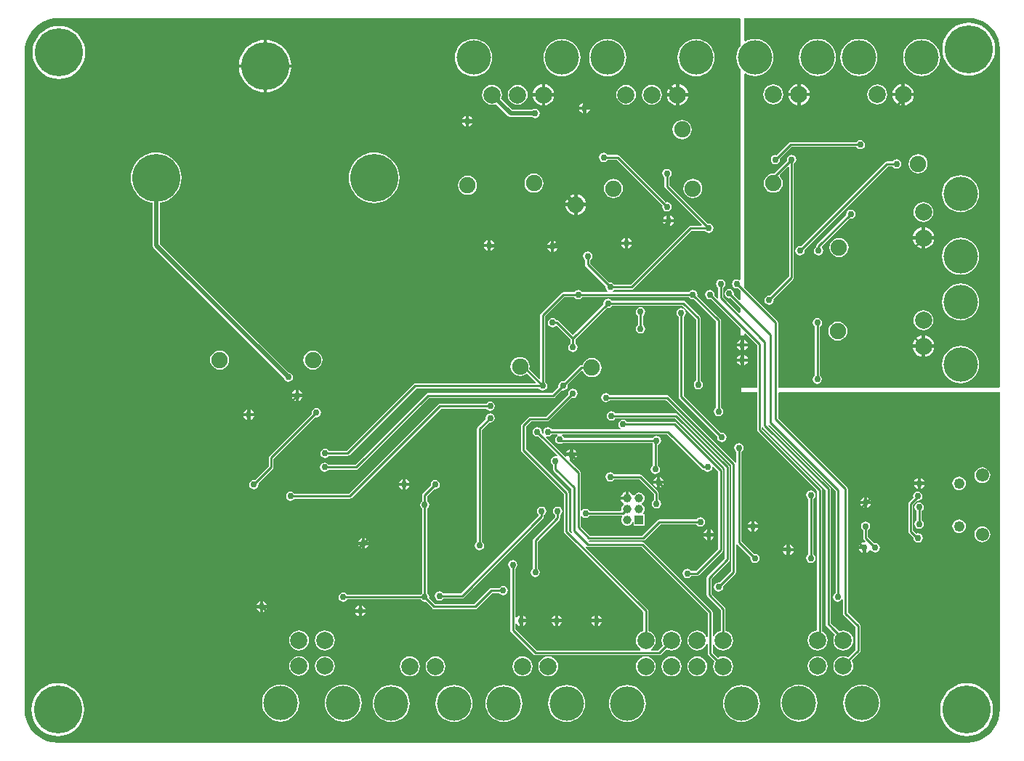
<source format=gbl>
%FSLAX24Y24*%
%MOIN*%
G70*
G01*
G75*
G04 Layer_Physical_Order=2*
G04 Layer_Color=16711680*
%ADD10R,0.0551X0.0591*%
%ADD11R,0.0354X0.0394*%
%ADD12R,0.0394X0.0354*%
%ADD13R,0.0315X0.0354*%
%ADD14R,0.0354X0.0315*%
%ADD15R,0.0591X0.0512*%
%ADD16R,0.0512X0.0591*%
%ADD17R,0.0610X0.0591*%
%ADD18R,0.0532X0.0157*%
%ADD19R,0.0433X0.0709*%
%ADD20O,0.0138X0.0669*%
%ADD21O,0.0886X0.0157*%
%ADD22O,0.0236X0.0768*%
%ADD23O,0.0768X0.0236*%
%ADD24R,0.0827X0.0157*%
%ADD25R,0.0394X0.0394*%
%ADD26R,0.0394X0.0394*%
%ADD27R,0.0512X0.1063*%
%ADD28R,0.0315X0.0315*%
%ADD29R,0.0315X0.0315*%
%ADD30R,0.0118X0.0571*%
%ADD31R,0.2047X0.3445*%
%ADD32C,0.0100*%
%ADD33C,0.0200*%
%ADD34C,0.0198*%
%ADD35C,0.3500*%
%ADD36C,0.0500*%
%ADD37C,0.0787*%
%ADD38C,0.1575*%
%ADD39C,0.0610*%
%ADD40C,0.0492*%
%ADD41C,0.0750*%
%ADD42C,0.0394*%
%ADD43C,0.2200*%
%ADD44C,0.0300*%
G36*
X1572Y33268D02*
Y33268D01*
X32776Y33271D01*
X32825Y33221D01*
Y31980D01*
X32787Y31934D01*
X32708Y31786D01*
X32659Y31627D01*
X32643Y31461D01*
X32659Y31295D01*
X32708Y31135D01*
X32787Y30988D01*
X32825Y30941D01*
Y21271D01*
X32775Y21244D01*
X32750Y21261D01*
X32668Y21277D01*
X32586Y21261D01*
X32516Y21214D01*
X32470Y21145D01*
X32454Y21063D01*
X32470Y20981D01*
X32516Y20912D01*
X32586Y20865D01*
X32668Y20849D01*
X32714Y20858D01*
X32825Y20747D01*
Y20342D01*
X32779Y20323D01*
X32528Y20574D01*
X32537Y20620D01*
X32521Y20702D01*
X32475Y20771D01*
X32405Y20818D01*
X32323Y20834D01*
X32241Y20818D01*
X32172Y20771D01*
X32125Y20702D01*
X32109Y20620D01*
X32125Y20538D01*
X32172Y20469D01*
X32241Y20422D01*
X32323Y20406D01*
X32370Y20415D01*
X32825Y19960D01*
Y19752D01*
X32779Y19733D01*
X32042Y20470D01*
Y20885D01*
X32081Y20912D01*
X32127Y20981D01*
X32144Y21063D01*
X32127Y21145D01*
X32081Y21214D01*
X32011Y21261D01*
X31930Y21277D01*
X31848Y21261D01*
X31778Y21214D01*
X31732Y21145D01*
X31715Y21063D01*
X31732Y20981D01*
X31778Y20912D01*
X31817Y20885D01*
Y20423D01*
X31817Y20423D01*
X31818Y20419D01*
X31772Y20395D01*
X31642Y20525D01*
X31652Y20571D01*
X31635Y20653D01*
X31589Y20722D01*
X31519Y20769D01*
X31437Y20785D01*
X31355Y20769D01*
X31286Y20722D01*
X31240Y20653D01*
X31223Y20571D01*
X31240Y20489D01*
X31286Y20419D01*
X31355Y20373D01*
X31437Y20357D01*
X31484Y20366D01*
X32825Y19025D01*
Y18701D01*
X33022D01*
Y18763D01*
X33068Y18782D01*
X33598Y18251D01*
Y16289D01*
X32874D01*
Y16093D01*
X33598D01*
Y14361D01*
X33598Y14361D01*
X33607Y14318D01*
X33631Y14281D01*
X36354Y11558D01*
Y5159D01*
X36250Y5145D01*
X36140Y5099D01*
X36045Y5026D01*
X35972Y4932D01*
X35926Y4821D01*
X35911Y4703D01*
X35926Y4584D01*
X35972Y4474D01*
X36045Y4379D01*
X36140Y4306D01*
X36250Y4261D01*
X36369Y4245D01*
X36487Y4261D01*
X36597Y4306D01*
X36692Y4379D01*
X36765Y4474D01*
X36811Y4584D01*
X36826Y4703D01*
X36811Y4821D01*
X36765Y4932D01*
X36692Y5026D01*
X36597Y5099D01*
X36579Y5107D01*
Y11605D01*
X36570Y11648D01*
X36546Y11684D01*
X36546Y11684D01*
X33823Y14407D01*
Y14470D01*
X33873Y14485D01*
X33877Y14478D01*
X36748Y11608D01*
Y5453D01*
X36748Y5453D01*
X36757Y5410D01*
X36781Y5374D01*
X36978Y5177D01*
X37184Y4971D01*
X37153Y4932D01*
X37108Y4821D01*
X37092Y4703D01*
X37108Y4584D01*
X37153Y4474D01*
X37226Y4379D01*
X37321Y4306D01*
X37431Y4261D01*
X37550Y4245D01*
X37668Y4261D01*
X37778Y4306D01*
X37873Y4379D01*
X37946Y4474D01*
X37992Y4584D01*
X38007Y4703D01*
X37992Y4821D01*
X37946Y4932D01*
X37873Y5026D01*
X37778Y5099D01*
X37668Y5145D01*
X37550Y5160D01*
X37431Y5145D01*
X37358Y5114D01*
X37136Y5336D01*
X37136D01*
Y5336D01*
X36972Y5500D01*
Y11654D01*
X36972Y11654D01*
X36964Y11697D01*
X36940Y11733D01*
X36940Y11733D01*
X34099Y14574D01*
X34100Y14579D01*
X34155Y14594D01*
X37191Y11558D01*
Y6871D01*
X37152Y6844D01*
X37105Y6775D01*
X37089Y6693D01*
X37105Y6611D01*
X37152Y6542D01*
X37221Y6495D01*
X37303Y6479D01*
X37385Y6495D01*
X37455Y6542D01*
X37485Y6588D01*
X37535Y6573D01*
Y5945D01*
X37535Y5945D01*
X37544Y5902D01*
X37568Y5866D01*
X38117Y5318D01*
Y4279D01*
X37762Y3925D01*
X37668Y3964D01*
X37550Y3979D01*
X37431Y3964D01*
X37321Y3918D01*
X37226Y3845D01*
X37153Y3750D01*
X37108Y3640D01*
X37092Y3522D01*
X37108Y3403D01*
X37153Y3293D01*
X37226Y3198D01*
X37321Y3125D01*
X37431Y3080D01*
X37550Y3064D01*
X37668Y3080D01*
X37778Y3125D01*
X37873Y3198D01*
X37946Y3293D01*
X37992Y3403D01*
X38007Y3522D01*
X37992Y3640D01*
X37946Y3750D01*
X37928Y3773D01*
X38308Y4153D01*
X38308Y4153D01*
X38332Y4189D01*
X38341Y4232D01*
X38341Y4232D01*
Y5364D01*
X38341Y5364D01*
X38332Y5407D01*
X38308Y5443D01*
X38308Y5443D01*
X37760Y5992D01*
Y11654D01*
X37751Y11697D01*
X37727Y11733D01*
X37727Y11733D01*
X34561Y14899D01*
Y16057D01*
X34596Y16093D01*
X44687D01*
X44734Y16093D01*
X44737Y16044D01*
X44739Y1526D01*
Y1526D01*
X44720Y1286D01*
X44664Y1053D01*
X44572Y831D01*
X44447Y626D01*
X44291Y443D01*
X44108Y288D01*
X43903Y162D01*
X43682Y70D01*
X43448Y14D01*
X43259Y-1D01*
X43209Y-0D01*
Y-0D01*
X1526Y-5D01*
X1286Y14D01*
X1053Y70D01*
X831Y162D01*
X626Y288D01*
X443Y443D01*
X288Y626D01*
X162Y831D01*
X70Y1053D01*
X14Y1286D01*
X-1Y1476D01*
X-0Y1526D01*
X-0D01*
X-0Y30115D01*
X-7Y31693D01*
X12Y31940D01*
X70Y32181D01*
X165Y32410D01*
X294Y32621D01*
X455Y32810D01*
X644Y32971D01*
X855Y33100D01*
X1084Y33195D01*
X1325Y33253D01*
X1568Y33272D01*
X1572Y33268D01*
D02*
G37*
G36*
X43531Y33255D02*
X43749Y33202D01*
X43957Y33116D01*
X44149Y32999D01*
X44319Y32853D01*
X44465Y32682D01*
X44583Y32490D01*
X44669Y32283D01*
X44721Y32065D01*
X44735Y31891D01*
X44734Y31841D01*
X44734D01*
X44737Y16338D01*
X44687Y16289D01*
X34561D01*
Y19282D01*
X34552Y19325D01*
X34528Y19361D01*
X34528Y19361D01*
X33022Y20868D01*
Y30704D01*
X33065Y30730D01*
X33169Y30674D01*
X33328Y30625D01*
X33495Y30609D01*
X33661Y30625D01*
X33820Y30674D01*
X33968Y30753D01*
X34097Y30859D01*
X34202Y30988D01*
X34281Y31135D01*
X34330Y31295D01*
X34346Y31461D01*
X34330Y31627D01*
X34281Y31786D01*
X34202Y31934D01*
X34097Y32063D01*
X33968Y32169D01*
X33820Y32247D01*
X33661Y32296D01*
X33495Y32312D01*
X33328Y32296D01*
X33169Y32247D01*
X33065Y32192D01*
X33022Y32217D01*
Y33221D01*
X33022Y33268D01*
X33070Y33271D01*
X43307Y33272D01*
X43307D01*
X43531Y33255D01*
D02*
G37*
%LPC*%
G36*
X38648Y11264D02*
Y11099D01*
X38813D01*
X38809Y11121D01*
X38753Y11204D01*
X38671Y11259D01*
X38648Y11264D01*
D02*
G37*
G36*
X40960Y11533D02*
X40878Y11517D01*
X40809Y11470D01*
X40762Y11401D01*
X40746Y11319D01*
X40759Y11252D01*
X40561Y11054D01*
X40537Y11017D01*
X40528Y10974D01*
X40528Y10974D01*
Y9695D01*
X40528Y9695D01*
X40537Y9652D01*
X40561Y9616D01*
X40772Y9405D01*
X40771Y9400D01*
X40787Y9318D01*
X40833Y9248D01*
X40903Y9202D01*
X40985Y9186D01*
X41067Y9202D01*
X41136Y9248D01*
X41182Y9318D01*
X41199Y9400D01*
X41182Y9482D01*
X41136Y9551D01*
X41067Y9597D01*
X40985Y9614D01*
X40903Y9597D01*
X40899Y9595D01*
X40752Y9741D01*
Y10928D01*
X40934Y11110D01*
X40960Y11105D01*
X41042Y11121D01*
X41111Y11168D01*
X41158Y11237D01*
X41174Y11319D01*
X41158Y11401D01*
X41111Y11470D01*
X41042Y11517D01*
X40960Y11533D01*
D02*
G37*
G36*
X27563Y11518D02*
X27561Y11518D01*
X27489Y11488D01*
X27426Y11440D01*
X27379Y11378D01*
X27349Y11306D01*
X27349Y11303D01*
X27563D01*
Y11518D01*
D02*
G37*
G36*
X38498Y10949D02*
X38333D01*
X38338Y10926D01*
X38393Y10843D01*
X38476Y10788D01*
X38498Y10784D01*
Y10949D01*
D02*
G37*
G36*
X38813D02*
X38648D01*
Y10784D01*
X38671Y10788D01*
X38753Y10843D01*
X38809Y10926D01*
X38813Y10949D01*
D02*
G37*
G36*
X38498Y11264D02*
X38476Y11259D01*
X38393Y11204D01*
X38338Y11121D01*
X38333Y11099D01*
X38498D01*
Y11264D01*
D02*
G37*
G36*
X17652Y11785D02*
X17487D01*
Y11620D01*
X17509Y11625D01*
X17592Y11680D01*
X17647Y11763D01*
X17652Y11785D01*
D02*
G37*
G36*
X40959Y11834D02*
X40794D01*
X40798Y11812D01*
X40854Y11729D01*
X40936Y11674D01*
X40959Y11669D01*
Y11834D01*
D02*
G37*
G36*
X18839Y12074D02*
X18757Y12058D01*
X18688Y12012D01*
X18641Y11942D01*
X18625Y11860D01*
X18634Y11814D01*
X18277Y11457D01*
X18253Y11420D01*
X18244Y11378D01*
X18244Y11378D01*
Y11103D01*
X18205Y11077D01*
X18158Y11007D01*
X18142Y10925D01*
X18158Y10843D01*
X18205Y10774D01*
X18244Y10748D01*
Y6877D01*
X18195Y6844D01*
X18169Y6805D01*
X14794D01*
X14768Y6844D01*
X14698Y6891D01*
X14616Y6907D01*
X14534Y6891D01*
X14465Y6844D01*
X14418Y6775D01*
X14402Y6693D01*
X14418Y6611D01*
X14465Y6542D01*
X14534Y6495D01*
X14616Y6479D01*
X14698Y6495D01*
X14768Y6542D01*
X14794Y6581D01*
X18169D01*
X18195Y6542D01*
X18265Y6495D01*
X18347Y6479D01*
X18393Y6488D01*
X18710Y6171D01*
X18710Y6171D01*
X18747Y6146D01*
X18790Y6138D01*
X20660D01*
X20660Y6138D01*
X20703Y6146D01*
X20739Y6171D01*
X21444Y6876D01*
X21771D01*
X21797Y6837D01*
X21867Y6790D01*
X21949Y6774D01*
X22031Y6790D01*
X22100Y6837D01*
X22147Y6906D01*
X22163Y6988D01*
X22147Y7070D01*
X22100Y7140D01*
X22031Y7186D01*
X21949Y7202D01*
X21867Y7186D01*
X21797Y7140D01*
X21771Y7100D01*
X21398D01*
X21398Y7100D01*
X21355Y7092D01*
X21319Y7067D01*
X21319Y7067D01*
X20613Y6362D01*
X18836D01*
X18552Y6647D01*
X18561Y6693D01*
X18545Y6775D01*
X18498Y6844D01*
X18468Y6864D01*
Y10748D01*
X18508Y10774D01*
X18554Y10843D01*
X18570Y10925D01*
X18554Y11007D01*
X18508Y11077D01*
X18468Y11103D01*
Y11331D01*
X18793Y11655D01*
X18839Y11646D01*
X18921Y11662D01*
X18990Y11709D01*
X19037Y11778D01*
X19053Y11860D01*
X19037Y11942D01*
X18990Y12012D01*
X18921Y12058D01*
X18839Y12074D01*
D02*
G37*
G36*
X42864Y12218D02*
X42784Y12208D01*
X42710Y12177D01*
X42646Y12128D01*
X42597Y12064D01*
X42566Y11989D01*
X42555Y11909D01*
X42566Y11830D01*
X42597Y11755D01*
X42646Y11691D01*
X42710Y11642D01*
X42784Y11611D01*
X42864Y11601D01*
X42944Y11611D01*
X43019Y11642D01*
X43082Y11691D01*
X43132Y11755D01*
X43162Y11830D01*
X43173Y11909D01*
X43162Y11989D01*
X43132Y12064D01*
X43082Y12128D01*
X43019Y12177D01*
X42944Y12208D01*
X42864Y12218D01*
D02*
G37*
G36*
X41274Y11834D02*
X41109D01*
Y11669D01*
X41131Y11674D01*
X41214Y11729D01*
X41269Y11812D01*
X41274Y11834D01*
D02*
G37*
G36*
X17337Y11785D02*
X17172D01*
X17176Y11763D01*
X17232Y11680D01*
X17314Y11625D01*
X17337Y11620D01*
Y11785D01*
D02*
G37*
G36*
X26861Y12419D02*
X26779Y12403D01*
X26709Y12356D01*
X26663Y12287D01*
X26647Y12205D01*
X26663Y12123D01*
X26709Y12053D01*
X26779Y12007D01*
X26861Y11991D01*
X26943Y12007D01*
X27012Y12053D01*
X27038Y12093D01*
X28192D01*
X28865Y11420D01*
Y11152D01*
X28825Y11126D01*
X28779Y11056D01*
X28763Y10974D01*
X28779Y10892D01*
X28825Y10823D01*
X28895Y10777D01*
X28977Y10760D01*
X29059Y10777D01*
X29128Y10823D01*
X29175Y10892D01*
X29191Y10974D01*
X29175Y11056D01*
X29128Y11126D01*
X29089Y11152D01*
Y11467D01*
X29089Y11467D01*
X29080Y11509D01*
X29056Y11546D01*
X29056Y11546D01*
X28318Y12284D01*
X28282Y12308D01*
X28239Y12317D01*
X28239Y12317D01*
X27038D01*
X27012Y12356D01*
X26943Y12403D01*
X26861Y12419D01*
D02*
G37*
G36*
X31313Y9472D02*
X31148D01*
X31153Y9450D01*
X31208Y9367D01*
X31291Y9312D01*
X31313Y9307D01*
Y9472D01*
D02*
G37*
G36*
X31628D02*
X31463D01*
Y9307D01*
X31486Y9312D01*
X31568Y9367D01*
X31624Y9450D01*
X31628Y9472D01*
D02*
G37*
G36*
X31313Y9787D02*
X31291Y9783D01*
X31208Y9727D01*
X31153Y9645D01*
X31148Y9622D01*
X31313D01*
Y9787D01*
D02*
G37*
G36*
X38573Y10155D02*
X38491Y10139D01*
X38422Y10092D01*
X38375Y10023D01*
X38359Y9941D01*
X38375Y9859D01*
X38422Y9790D01*
X38461Y9763D01*
Y9400D01*
X38461Y9400D01*
X38470Y9357D01*
X38494Y9320D01*
X38559Y9256D01*
X38534Y9210D01*
X38524Y9212D01*
X38426Y9192D01*
X38344Y9137D01*
X38289Y9054D01*
X38284Y9032D01*
X38524D01*
Y8957D01*
X38599D01*
Y8717D01*
X38622Y8721D01*
X38704Y8776D01*
X38760Y8859D01*
X38765Y8887D01*
X38816D01*
X38818Y8875D01*
X38865Y8805D01*
X38934Y8759D01*
X39016Y8743D01*
X39098Y8759D01*
X39168Y8805D01*
X39214Y8875D01*
X39230Y8957D01*
X39214Y9039D01*
X39168Y9108D01*
X39098Y9155D01*
X39016Y9171D01*
X38970Y9162D01*
X38685Y9446D01*
Y9763D01*
X38725Y9790D01*
X38771Y9859D01*
X38787Y9941D01*
X38771Y10023D01*
X38725Y10092D01*
X38655Y10139D01*
X38573Y10155D01*
D02*
G37*
G36*
X15467Y9394D02*
X15444Y9389D01*
X15362Y9334D01*
X15306Y9251D01*
X15302Y9229D01*
X15467D01*
Y9394D01*
D02*
G37*
G36*
X15617D02*
Y9229D01*
X15782D01*
X15777Y9251D01*
X15722Y9334D01*
X15639Y9389D01*
X15617Y9394D01*
D02*
G37*
G36*
X31463Y9787D02*
Y9622D01*
X31628D01*
X31624Y9645D01*
X31568Y9727D01*
X31486Y9783D01*
X31463Y9787D01*
D02*
G37*
G36*
X41034Y11041D02*
X40952Y11025D01*
X40882Y10978D01*
X40836Y10909D01*
X40820Y10827D01*
X40836Y10745D01*
X40882Y10675D01*
X40922Y10649D01*
Y10217D01*
X40882Y10191D01*
X40836Y10121D01*
X40820Y10039D01*
X40836Y9957D01*
X40882Y9888D01*
X40952Y9842D01*
X41034Y9825D01*
X41116Y9842D01*
X41185Y9888D01*
X41232Y9957D01*
X41248Y10039D01*
X41232Y10121D01*
X41185Y10191D01*
X41146Y10217D01*
Y10649D01*
X41185Y10675D01*
X41232Y10745D01*
X41248Y10827D01*
X41232Y10909D01*
X41185Y10978D01*
X41116Y11025D01*
X41034Y11041D01*
D02*
G37*
G36*
X33331Y10181D02*
X33308Y10176D01*
X33226Y10121D01*
X33170Y10038D01*
X33166Y10016D01*
X33331D01*
Y10181D01*
D02*
G37*
G36*
X33481D02*
Y10016D01*
X33646D01*
X33641Y10038D01*
X33586Y10121D01*
X33503Y10176D01*
X33481Y10181D01*
D02*
G37*
G36*
X42864Y10250D02*
X42784Y10239D01*
X42710Y10208D01*
X42646Y10159D01*
X42597Y10095D01*
X42566Y10021D01*
X42555Y9941D01*
X42566Y9861D01*
X42597Y9787D01*
X42646Y9723D01*
X42710Y9674D01*
X42784Y9643D01*
X42864Y9632D01*
X42944Y9643D01*
X43019Y9674D01*
X43082Y9723D01*
X43132Y9787D01*
X43162Y9861D01*
X43173Y9941D01*
X43162Y10021D01*
X43132Y10095D01*
X43082Y10159D01*
X43019Y10208D01*
X42944Y10239D01*
X42864Y10250D01*
D02*
G37*
G36*
X33331Y9866D02*
X33166D01*
X33170Y9843D01*
X33226Y9761D01*
X33308Y9705D01*
X33331Y9701D01*
Y9866D01*
D02*
G37*
G36*
X33646D02*
X33481D01*
Y9701D01*
X33503Y9705D01*
X33586Y9761D01*
X33641Y9843D01*
X33646Y9866D01*
D02*
G37*
G36*
X13376Y15372D02*
X13294Y15355D01*
X13225Y15309D01*
X13179Y15239D01*
X13162Y15157D01*
X13171Y15111D01*
X11230Y13170D01*
X11206Y13133D01*
X11197Y13091D01*
X11197Y13091D01*
Y12694D01*
X10568Y12065D01*
X10522Y12074D01*
X10440Y12058D01*
X10371Y12012D01*
X10324Y11942D01*
X10308Y11860D01*
X10324Y11778D01*
X10371Y11709D01*
X10440Y11662D01*
X10522Y11646D01*
X10604Y11662D01*
X10673Y11709D01*
X10720Y11778D01*
X10736Y11860D01*
X10727Y11907D01*
X11389Y12568D01*
X11389Y12568D01*
X11413Y12605D01*
X11422Y12648D01*
X11422Y12648D01*
Y13044D01*
X13330Y14953D01*
X13376Y14943D01*
X13458Y14960D01*
X13528Y15006D01*
X13574Y15076D01*
X13591Y15157D01*
X13574Y15239D01*
X13528Y15309D01*
X13458Y15355D01*
X13376Y15372D01*
D02*
G37*
G36*
X10210Y15299D02*
X10188Y15295D01*
X10105Y15239D01*
X10050Y15157D01*
X10045Y15134D01*
X10210D01*
Y15299D01*
D02*
G37*
G36*
X10360D02*
Y15134D01*
X10525D01*
X10521Y15157D01*
X10466Y15239D01*
X10383Y15295D01*
X10360Y15299D01*
D02*
G37*
G36*
X21358Y15126D02*
X21276Y15109D01*
X21207Y15063D01*
X21160Y14993D01*
X21144Y14911D01*
X21153Y14865D01*
X20787Y14499D01*
X20763Y14462D01*
X20754Y14419D01*
X20754Y14419D01*
Y9233D01*
X20715Y9207D01*
X20668Y9137D01*
X20652Y9055D01*
X20668Y8973D01*
X20715Y8904D01*
X20784Y8857D01*
X20866Y8841D01*
X20948Y8857D01*
X21018Y8904D01*
X21064Y8973D01*
X21080Y9055D01*
X21064Y9137D01*
X21018Y9207D01*
X20978Y9233D01*
Y14373D01*
X21312Y14707D01*
X21358Y14697D01*
X21440Y14714D01*
X21510Y14760D01*
X21556Y14829D01*
X21572Y14911D01*
X21556Y14993D01*
X21510Y15063D01*
X21440Y15109D01*
X21358Y15126D01*
D02*
G37*
G36*
X10210Y14984D02*
X10045D01*
X10050Y14962D01*
X10105Y14879D01*
X10188Y14824D01*
X10210Y14819D01*
Y14984D01*
D02*
G37*
G36*
X10525D02*
X10360D01*
Y14819D01*
X10383Y14824D01*
X10466Y14879D01*
X10521Y14962D01*
X10525Y14984D01*
D02*
G37*
G36*
X21358Y15667D02*
X21276Y15651D01*
X21207Y15604D01*
X21181Y15565D01*
X19045D01*
X19045Y15565D01*
X19002Y15556D01*
X18966Y15532D01*
X14865Y11431D01*
X12382D01*
X12356Y11470D01*
X12287Y11517D01*
X12205Y11533D01*
X12123Y11517D01*
X12053Y11470D01*
X12007Y11401D01*
X11991Y11319D01*
X12007Y11237D01*
X12053Y11168D01*
X12123Y11121D01*
X12205Y11105D01*
X12287Y11121D01*
X12356Y11168D01*
X12382Y11207D01*
X14911D01*
X14911Y11207D01*
X14954Y11215D01*
X14991Y11240D01*
X19092Y15341D01*
X21181D01*
X21207Y15301D01*
X21276Y15255D01*
X21358Y15239D01*
X21440Y15255D01*
X21510Y15301D01*
X21556Y15371D01*
X21572Y15453D01*
X21556Y15535D01*
X21510Y15604D01*
X21440Y15651D01*
X21358Y15667D01*
D02*
G37*
G36*
X12425Y16185D02*
X12402Y16180D01*
X12320Y16125D01*
X12264Y16042D01*
X12260Y16020D01*
X12425D01*
Y16185D01*
D02*
G37*
G36*
X12575D02*
Y16020D01*
X12740D01*
X12736Y16042D01*
X12680Y16125D01*
X12598Y16180D01*
X12575Y16185D01*
D02*
G37*
G36*
X26762Y20391D02*
X26680Y20375D01*
X26611Y20329D01*
X26564Y20259D01*
X26548Y20177D01*
X26557Y20131D01*
X25173Y18746D01*
X25123D01*
X24498Y19371D01*
X24462Y19395D01*
X24419Y19404D01*
X24419Y19403D01*
X24390D01*
X24364Y19443D01*
X24295Y19489D01*
X24213Y19505D01*
X24131Y19489D01*
X24061Y19443D01*
X24015Y19373D01*
X23998Y19291D01*
X24015Y19209D01*
X24061Y19140D01*
X24131Y19094D01*
X24213Y19077D01*
X24295Y19094D01*
X24364Y19140D01*
X24407Y19144D01*
X25035Y18516D01*
Y18337D01*
X24996Y18311D01*
X24950Y18241D01*
X24934Y18159D01*
X24950Y18078D01*
X24996Y18008D01*
X25066Y17962D01*
X25148Y17945D01*
X25230Y17962D01*
X25299Y18008D01*
X25345Y18078D01*
X25362Y18159D01*
X25345Y18241D01*
X25299Y18311D01*
X25260Y18337D01*
Y18516D01*
X26716Y19972D01*
X26762Y19963D01*
X26844Y19979D01*
X26914Y20026D01*
X26940Y20065D01*
X30170D01*
X30793Y19442D01*
Y16615D01*
X30754Y16588D01*
X30708Y16519D01*
X30691Y16437D01*
X30708Y16355D01*
X30754Y16286D01*
X30824Y16239D01*
X30906Y16223D01*
X30987Y16239D01*
X31057Y16286D01*
X31103Y16355D01*
X31120Y16437D01*
X31103Y16519D01*
X31057Y16588D01*
X31018Y16615D01*
Y19488D01*
X31009Y19531D01*
X30985Y19567D01*
X30985Y19568D01*
X30296Y20256D01*
X30259Y20281D01*
X30217Y20289D01*
X30217Y20289D01*
X26940D01*
X26914Y20329D01*
X26844Y20375D01*
X26762Y20391D01*
D02*
G37*
G36*
X12425Y15870D02*
X12260D01*
X12264Y15847D01*
X12320Y15765D01*
X12402Y15709D01*
X12425Y15705D01*
Y15870D01*
D02*
G37*
G36*
X12740D02*
X12575D01*
Y15705D01*
X12598Y15709D01*
X12680Y15765D01*
X12736Y15847D01*
X12740Y15870D01*
D02*
G37*
G36*
X25148Y16257D02*
X25066Y16241D01*
X24996Y16195D01*
X24950Y16125D01*
X24934Y16043D01*
X24943Y15997D01*
X23920Y14974D01*
X23179D01*
X23136Y14966D01*
X23100Y14942D01*
X23100Y14942D01*
X22805Y14646D01*
X22780Y14610D01*
X22772Y14567D01*
X22772Y14567D01*
Y13435D01*
X22772Y13435D01*
X22780Y13392D01*
X22805Y13356D01*
X24740Y11420D01*
Y9695D01*
X24740Y9695D01*
X24749Y9652D01*
X24773Y9616D01*
X28382Y6007D01*
Y5132D01*
X28376Y5131D01*
X28265Y5085D01*
X28171Y5013D01*
X28098Y4918D01*
X28052Y4807D01*
X28036Y4689D01*
X28052Y4571D01*
X28098Y4460D01*
X28171Y4365D01*
X28225Y4323D01*
X28233Y4256D01*
X28226Y4246D01*
X23472D01*
X22504Y5214D01*
Y5469D01*
X22514Y5477D01*
X22581Y5467D01*
X22605Y5430D01*
X22688Y5375D01*
X22710Y5370D01*
Y5610D01*
Y5850D01*
X22688Y5846D01*
X22605Y5790D01*
X22581Y5754D01*
X22514Y5744D01*
X22504Y5752D01*
Y7992D01*
X22543Y8018D01*
X22590Y8087D01*
X22606Y8169D01*
X22590Y8251D01*
X22543Y8321D01*
X22474Y8367D01*
X22392Y8383D01*
X22310Y8367D01*
X22240Y8321D01*
X22194Y8251D01*
X22178Y8169D01*
X22194Y8087D01*
X22240Y8018D01*
X22280Y7992D01*
Y5167D01*
X22280Y5167D01*
X22288Y5124D01*
X22312Y5088D01*
X23346Y4055D01*
X23346Y4055D01*
X23382Y4030D01*
X23425Y4022D01*
X29120D01*
X29120Y4022D01*
X29163Y4030D01*
X29199Y4055D01*
X29441Y4297D01*
X29446Y4293D01*
X29557Y4247D01*
X29675Y4231D01*
X29794Y4247D01*
X29904Y4293D01*
X29999Y4365D01*
X30071Y4460D01*
X30117Y4571D01*
X30133Y4689D01*
X30117Y4807D01*
X30071Y4918D01*
X29999Y5013D01*
X29904Y5085D01*
X29794Y5131D01*
X29675Y5147D01*
X29557Y5131D01*
X29446Y5085D01*
X29352Y5013D01*
X29279Y4918D01*
X29233Y4807D01*
X29218Y4689D01*
X29233Y4571D01*
X29279Y4460D01*
X29283Y4455D01*
X29074Y4246D01*
X28763D01*
X28755Y4256D01*
X28763Y4323D01*
X28818Y4365D01*
X28890Y4460D01*
X28936Y4571D01*
X28952Y4689D01*
X28936Y4807D01*
X28890Y4918D01*
X28818Y5013D01*
X28723Y5085D01*
X28613Y5131D01*
X28606Y5132D01*
Y6053D01*
X28598Y6096D01*
X28573Y6132D01*
X28573Y6132D01*
X25727Y8979D01*
X25759Y9018D01*
X25784Y9001D01*
X25827Y8992D01*
X25827Y8992D01*
X28291D01*
X31335Y5948D01*
Y4850D01*
X31285Y4840D01*
X31253Y4918D01*
X31180Y5013D01*
X31085Y5085D01*
X30975Y5131D01*
X30856Y5147D01*
X30738Y5131D01*
X30627Y5085D01*
X30533Y5013D01*
X30460Y4918D01*
X30414Y4807D01*
X30399Y4689D01*
X30414Y4571D01*
X30460Y4460D01*
X30533Y4365D01*
X30627Y4293D01*
X30738Y4247D01*
X30856Y4231D01*
X30975Y4247D01*
X31085Y4293D01*
X31180Y4365D01*
X31253Y4460D01*
X31285Y4538D01*
X31335Y4528D01*
Y4098D01*
X31335Y4098D01*
X31343Y4056D01*
X31368Y4019D01*
X31645Y3742D01*
X31641Y3737D01*
X31595Y3626D01*
X31580Y3508D01*
X31595Y3389D01*
X31641Y3279D01*
X31714Y3184D01*
X31809Y3112D01*
X31919Y3066D01*
X32037Y3050D01*
X32156Y3066D01*
X32266Y3112D01*
X32361Y3184D01*
X32434Y3279D01*
X32479Y3389D01*
X32495Y3508D01*
X32479Y3626D01*
X32434Y3737D01*
X32361Y3831D01*
X32266Y3904D01*
X32156Y3950D01*
X32037Y3965D01*
X31919Y3950D01*
X31809Y3904D01*
X31804Y3900D01*
X31559Y4145D01*
Y4528D01*
X31609Y4538D01*
X31641Y4460D01*
X31714Y4365D01*
X31809Y4293D01*
X31919Y4247D01*
X32037Y4231D01*
X32156Y4247D01*
X32266Y4293D01*
X32361Y4365D01*
X32434Y4460D01*
X32479Y4571D01*
X32495Y4689D01*
X32479Y4807D01*
X32434Y4918D01*
X32361Y5013D01*
X32266Y5085D01*
X32156Y5131D01*
X32150Y5132D01*
Y6142D01*
X32150Y6142D01*
X32141Y6185D01*
X32117Y6221D01*
X31510Y6828D01*
Y7532D01*
X32314Y8336D01*
X32314Y8336D01*
X32338Y8372D01*
X32346Y8415D01*
X32346Y8415D01*
Y12648D01*
X32346Y12648D01*
X32338Y12691D01*
X32314Y12727D01*
X29951Y15089D01*
X29915Y15113D01*
X29872Y15122D01*
X29872Y15122D01*
X27087D01*
X27061Y15161D01*
X26992Y15208D01*
X26910Y15224D01*
X26828Y15208D01*
X26758Y15161D01*
X26712Y15092D01*
X26696Y15010D01*
X26712Y14928D01*
X26758Y14858D01*
X26828Y14812D01*
X26910Y14796D01*
X26992Y14812D01*
X27061Y14858D01*
X27087Y14898D01*
X29826D01*
X32122Y12601D01*
Y8462D01*
X31318Y7658D01*
X31294Y7622D01*
X31285Y7579D01*
X31285Y7579D01*
Y6782D01*
X31285Y6782D01*
X31294Y6739D01*
X31318Y6703D01*
X31925Y6096D01*
Y5132D01*
X31919Y5131D01*
X31809Y5085D01*
X31714Y5013D01*
X31641Y4918D01*
X31609Y4840D01*
X31559Y4850D01*
Y5995D01*
X31550Y6037D01*
X31526Y6074D01*
X31526Y6074D01*
X28416Y9184D01*
X28380Y9208D01*
X28337Y9216D01*
X28337Y9216D01*
X25890D01*
X25873Y9239D01*
X25899Y9287D01*
X28386D01*
X28386Y9287D01*
X28429Y9296D01*
X28466Y9320D01*
X29171Y10026D01*
X30817D01*
X30843Y9986D01*
X30913Y9940D01*
X30995Y9924D01*
X31076Y9940D01*
X31146Y9986D01*
X31192Y10056D01*
X31209Y10138D01*
X31192Y10220D01*
X31146Y10289D01*
X31076Y10336D01*
X30995Y10352D01*
X30913Y10336D01*
X30843Y10289D01*
X30817Y10250D01*
X29124D01*
X29124Y10250D01*
X29081Y10241D01*
X29045Y10217D01*
X29045Y10217D01*
X28340Y9512D01*
X25923D01*
X25506Y9929D01*
Y10411D01*
X25556Y10426D01*
X25587Y10380D01*
X25656Y10334D01*
X25738Y10317D01*
X25820Y10334D01*
X25890Y10380D01*
X25916Y10419D01*
X27398D01*
X27423Y10369D01*
X27414Y10358D01*
X27388Y10295D01*
X27379Y10228D01*
X27388Y10161D01*
X27414Y10099D01*
X27455Y10045D01*
X27509Y10004D01*
X27571Y9978D01*
X27638Y9969D01*
X27705Y9978D01*
X27768Y10004D01*
X27821Y10045D01*
X27863Y10099D01*
X27883Y10147D01*
X27933Y10137D01*
Y9972D01*
X28446D01*
Y10485D01*
X28377D01*
X28360Y10535D01*
X28373Y10545D01*
X28414Y10599D01*
X28440Y10661D01*
X28448Y10728D01*
X28440Y10795D01*
X28414Y10858D01*
X28373Y10912D01*
X28321Y10951D01*
X28317Y10978D01*
Y10979D01*
X28321Y11006D01*
X28373Y11045D01*
X28414Y11099D01*
X28440Y11161D01*
X28448Y11228D01*
X28440Y11295D01*
X28414Y11358D01*
X28373Y11412D01*
X28319Y11453D01*
X28256Y11479D01*
X28189Y11487D01*
X28122Y11479D01*
X28060Y11453D01*
X28006Y11412D01*
X27965Y11358D01*
X27963Y11352D01*
X27908D01*
X27898Y11378D01*
X27850Y11440D01*
X27788Y11488D01*
X27716Y11518D01*
X27713Y11518D01*
Y11228D01*
X27638D01*
Y11153D01*
X27349D01*
X27349Y11151D01*
X27379Y11079D01*
X27426Y11017D01*
X27468Y10985D01*
X27473Y10930D01*
X27470Y10923D01*
X27455Y10912D01*
X27414Y10858D01*
X27388Y10795D01*
X27379Y10728D01*
X27384Y10694D01*
X27346Y10645D01*
X27342Y10644D01*
X25916D01*
X25890Y10683D01*
X25820Y10729D01*
X25738Y10746D01*
X25656Y10729D01*
X25587Y10683D01*
X25556Y10637D01*
X25506Y10652D01*
Y12392D01*
X25497Y12435D01*
X25473Y12471D01*
X25473Y12471D01*
X24993Y12951D01*
X25014Y12991D01*
Y13163D01*
X24841D01*
X24802Y13142D01*
X23921Y14024D01*
X23946Y14070D01*
X24006Y14058D01*
X24088Y14074D01*
X24158Y14120D01*
X24184Y14159D01*
X24427D01*
X24443Y14109D01*
X24396Y14079D01*
X24350Y14009D01*
X24334Y13927D01*
X24350Y13845D01*
X24396Y13776D01*
X24466Y13729D01*
X24548Y13713D01*
X24630Y13729D01*
X24684Y13766D01*
X28799D01*
X28815Y13741D01*
Y12727D01*
X28776Y12701D01*
X28730Y12631D01*
X28713Y12549D01*
X28730Y12467D01*
X28776Y12398D01*
X28846Y12351D01*
X28928Y12335D01*
X29010Y12351D01*
X29079Y12398D01*
X29125Y12467D01*
X29142Y12549D01*
X29125Y12631D01*
X29079Y12701D01*
X29040Y12727D01*
Y13676D01*
X29059Y13680D01*
X29128Y13727D01*
X29175Y13796D01*
X29191Y13878D01*
X29175Y13960D01*
X29128Y14029D01*
X29059Y14076D01*
X28977Y14092D01*
X28895Y14076D01*
X28825Y14029D01*
X28799Y13990D01*
X24749D01*
X24745Y14009D01*
X24699Y14079D01*
X24653Y14109D01*
X24668Y14159D01*
X29472D01*
X31063Y12568D01*
X31063Y12568D01*
X31099Y12544D01*
X31142Y12535D01*
X31161D01*
X31188Y12496D01*
X31257Y12450D01*
X31339Y12434D01*
X31421Y12450D01*
X31490Y12496D01*
X31537Y12566D01*
X31553Y12648D01*
X31599Y12672D01*
X31817Y12454D01*
Y8905D01*
X30800Y7888D01*
X30582D01*
X30555Y7927D01*
X30486Y7973D01*
X30404Y7990D01*
X30322Y7973D01*
X30253Y7927D01*
X30206Y7858D01*
X30190Y7776D01*
X30206Y7694D01*
X30253Y7624D01*
X30322Y7578D01*
X30404Y7561D01*
X30486Y7578D01*
X30555Y7624D01*
X30582Y7663D01*
X30847D01*
X30847Y7663D01*
X30890Y7672D01*
X30926Y7696D01*
X32009Y8779D01*
X32009Y8779D01*
X32033Y8815D01*
X32042Y8858D01*
Y12500D01*
X32042Y12500D01*
X32033Y12543D01*
X32009Y12579D01*
X32009Y12579D01*
X29893Y14695D01*
X29856Y14720D01*
X29813Y14728D01*
X29813Y14728D01*
X27629D01*
X27603Y14768D01*
X27533Y14814D01*
X27451Y14830D01*
X27369Y14814D01*
X27300Y14768D01*
X27253Y14698D01*
X27237Y14616D01*
X27253Y14534D01*
X27300Y14465D01*
X27346Y14434D01*
X27331Y14384D01*
X24184D01*
X24158Y14423D01*
X24088Y14469D01*
X24006Y14486D01*
X23924Y14469D01*
X23855Y14423D01*
X23809Y14354D01*
X23792Y14272D01*
X23804Y14211D01*
X23758Y14186D01*
X23719Y14225D01*
X23728Y14272D01*
X23712Y14354D01*
X23666Y14423D01*
X23596Y14469D01*
X23514Y14486D01*
X23432Y14469D01*
X23363Y14423D01*
X23316Y14354D01*
X23300Y14272D01*
X23316Y14190D01*
X23363Y14120D01*
X23432Y14074D01*
X23514Y14058D01*
X23560Y14067D01*
X24436Y13191D01*
X24412Y13145D01*
X24351Y13157D01*
X24269Y13141D01*
X24199Y13094D01*
X24153Y13025D01*
X24137Y12943D01*
X24153Y12861D01*
X24199Y12792D01*
X24239Y12765D01*
Y12559D01*
X24239Y12559D01*
X24247Y12516D01*
X24271Y12479D01*
X25085Y11666D01*
Y9735D01*
X25085Y9735D01*
X25093Y9692D01*
X25110Y9666D01*
X25071Y9635D01*
X24965Y9741D01*
Y11467D01*
X24965Y11467D01*
X24956Y11509D01*
X24932Y11546D01*
X22996Y13482D01*
Y14520D01*
X23226Y14750D01*
X23967D01*
X23967Y14750D01*
X24009Y14759D01*
X24046Y14783D01*
X25101Y15838D01*
X25148Y15829D01*
X25230Y15845D01*
X25299Y15892D01*
X25345Y15961D01*
X25362Y16043D01*
X25345Y16125D01*
X25299Y16195D01*
X25230Y16241D01*
X25148Y16257D01*
D02*
G37*
G36*
X17337Y12100D02*
X17314Y12096D01*
X17232Y12040D01*
X17176Y11958D01*
X17172Y11935D01*
X17337D01*
Y12100D01*
D02*
G37*
G36*
X17487D02*
Y11935D01*
X17652D01*
X17647Y11958D01*
X17592Y12040D01*
X17509Y12096D01*
X17487Y12100D01*
D02*
G37*
G36*
X40959Y12149D02*
X40936Y12145D01*
X40854Y12090D01*
X40798Y12007D01*
X40794Y11984D01*
X40959D01*
Y12149D01*
D02*
G37*
G36*
X29000Y11884D02*
X28835D01*
X28840Y11861D01*
X28895Y11778D01*
X28978Y11723D01*
X29000Y11719D01*
Y11884D01*
D02*
G37*
G36*
X29315D02*
X29150D01*
Y11719D01*
X29173Y11723D01*
X29255Y11778D01*
X29311Y11861D01*
X29315Y11884D01*
D02*
G37*
G36*
X43927Y12650D02*
X43832Y12637D01*
X43743Y12600D01*
X43667Y12542D01*
X43608Y12466D01*
X43571Y12377D01*
X43559Y12282D01*
X43571Y12186D01*
X43608Y12097D01*
X43667Y12021D01*
X43743Y11963D01*
X43832Y11926D01*
X43927Y11913D01*
X44022Y11926D01*
X44111Y11963D01*
X44188Y12021D01*
X44246Y12097D01*
X44283Y12186D01*
X44295Y12282D01*
X44283Y12377D01*
X44246Y12466D01*
X44188Y12542D01*
X44111Y12600D01*
X44022Y12637D01*
X43927Y12650D01*
D02*
G37*
G36*
X41109Y12149D02*
Y11984D01*
X41274D01*
X41269Y12007D01*
X41214Y12090D01*
X41131Y12145D01*
X41109Y12149D01*
D02*
G37*
G36*
X25014Y13478D02*
X24991Y13474D01*
X24909Y13418D01*
X24853Y13336D01*
X24849Y13313D01*
X25014D01*
Y13478D01*
D02*
G37*
G36*
X25164D02*
Y13313D01*
X25329D01*
X25324Y13336D01*
X25269Y13418D01*
X25187Y13474D01*
X25164Y13478D01*
D02*
G37*
G36*
X30118Y19948D02*
X30036Y19932D01*
X29967Y19886D01*
X29920Y19816D01*
X29904Y19734D01*
X29920Y19652D01*
X29967Y19583D01*
X30006Y19557D01*
Y15886D01*
X30006Y15886D01*
X30014Y15843D01*
X30039Y15807D01*
X31774Y14072D01*
X31765Y14026D01*
X31781Y13944D01*
X31827Y13874D01*
X31897Y13828D01*
X31979Y13811D01*
X32061Y13828D01*
X32130Y13874D01*
X32177Y13944D01*
X32193Y14026D01*
X32177Y14108D01*
X32130Y14177D01*
X32061Y14223D01*
X31979Y14240D01*
X31932Y14231D01*
X30230Y15933D01*
Y19557D01*
X30270Y19583D01*
X30316Y19652D01*
X30332Y19734D01*
X30316Y19816D01*
X30270Y19886D01*
X30200Y19932D01*
X30118Y19948D01*
D02*
G37*
G36*
X29000Y12199D02*
X28978Y12194D01*
X28895Y12139D01*
X28840Y12056D01*
X28835Y12034D01*
X29000D01*
Y12199D01*
D02*
G37*
G36*
X29150D02*
Y12034D01*
X29315D01*
X29311Y12056D01*
X29255Y12139D01*
X29173Y12194D01*
X29150Y12199D01*
D02*
G37*
G36*
X25329Y13163D02*
X25164D01*
Y12998D01*
X25187Y13003D01*
X25269Y13058D01*
X25324Y13141D01*
X25329Y13163D01*
D02*
G37*
G36*
X43927Y9937D02*
X43832Y9925D01*
X43743Y9888D01*
X43667Y9829D01*
X43608Y9753D01*
X43571Y9664D01*
X43559Y9569D01*
X43571Y9474D01*
X43608Y9385D01*
X43667Y9308D01*
X43743Y9250D01*
X43832Y9213D01*
X43927Y9201D01*
X44022Y9213D01*
X44111Y9250D01*
X44188Y9308D01*
X44246Y9385D01*
X44283Y9474D01*
X44295Y9569D01*
X44283Y9664D01*
X44246Y9753D01*
X44188Y9829D01*
X44111Y9888D01*
X44022Y9925D01*
X43927Y9937D01*
D02*
G37*
G36*
X28494Y3965D02*
X28376Y3950D01*
X28265Y3904D01*
X28171Y3831D01*
X28098Y3737D01*
X28052Y3626D01*
X28036Y3508D01*
X28052Y3389D01*
X28098Y3279D01*
X28171Y3184D01*
X28265Y3112D01*
X28376Y3066D01*
X28494Y3050D01*
X28613Y3066D01*
X28723Y3112D01*
X28818Y3184D01*
X28890Y3279D01*
X28936Y3389D01*
X28952Y3508D01*
X28936Y3626D01*
X28890Y3737D01*
X28818Y3831D01*
X28723Y3904D01*
X28613Y3950D01*
X28494Y3965D01*
D02*
G37*
G36*
X29675D02*
X29557Y3950D01*
X29446Y3904D01*
X29352Y3831D01*
X29279Y3737D01*
X29233Y3626D01*
X29218Y3508D01*
X29233Y3389D01*
X29279Y3279D01*
X29352Y3184D01*
X29446Y3112D01*
X29557Y3066D01*
X29675Y3050D01*
X29794Y3066D01*
X29904Y3112D01*
X29999Y3184D01*
X30071Y3279D01*
X30117Y3389D01*
X30133Y3508D01*
X30117Y3626D01*
X30071Y3737D01*
X29999Y3831D01*
X29904Y3904D01*
X29794Y3950D01*
X29675Y3965D01*
D02*
G37*
G36*
X30856D02*
X30738Y3950D01*
X30627Y3904D01*
X30533Y3831D01*
X30460Y3737D01*
X30414Y3626D01*
X30399Y3508D01*
X30414Y3389D01*
X30460Y3279D01*
X30533Y3184D01*
X30627Y3112D01*
X30738Y3066D01*
X30856Y3050D01*
X30975Y3066D01*
X31085Y3112D01*
X31180Y3184D01*
X31253Y3279D01*
X31298Y3389D01*
X31314Y3508D01*
X31298Y3626D01*
X31253Y3737D01*
X31180Y3831D01*
X31085Y3904D01*
X30975Y3950D01*
X30856Y3965D01*
D02*
G37*
G36*
X18848D02*
X18730Y3950D01*
X18620Y3904D01*
X18525Y3831D01*
X18452Y3737D01*
X18406Y3626D01*
X18391Y3508D01*
X18406Y3389D01*
X18452Y3279D01*
X18525Y3184D01*
X18620Y3112D01*
X18730Y3066D01*
X18848Y3050D01*
X18967Y3066D01*
X19077Y3112D01*
X19172Y3184D01*
X19245Y3279D01*
X19290Y3389D01*
X19306Y3508D01*
X19290Y3626D01*
X19245Y3737D01*
X19172Y3831D01*
X19077Y3904D01*
X18967Y3950D01*
X18848Y3965D01*
D02*
G37*
G36*
X22835D02*
X22716Y3950D01*
X22606Y3904D01*
X22511Y3831D01*
X22438Y3737D01*
X22393Y3626D01*
X22377Y3508D01*
X22393Y3389D01*
X22438Y3279D01*
X22511Y3184D01*
X22606Y3112D01*
X22716Y3066D01*
X22835Y3050D01*
X22953Y3066D01*
X23063Y3112D01*
X23158Y3184D01*
X23231Y3279D01*
X23277Y3389D01*
X23292Y3508D01*
X23277Y3626D01*
X23231Y3737D01*
X23158Y3831D01*
X23063Y3904D01*
X22953Y3950D01*
X22835Y3965D01*
D02*
G37*
G36*
X24016D02*
X23897Y3950D01*
X23787Y3904D01*
X23692Y3831D01*
X23619Y3737D01*
X23574Y3626D01*
X23558Y3508D01*
X23574Y3389D01*
X23619Y3279D01*
X23692Y3184D01*
X23787Y3112D01*
X23897Y3066D01*
X24016Y3050D01*
X24134Y3066D01*
X24245Y3112D01*
X24339Y3184D01*
X24412Y3279D01*
X24458Y3389D01*
X24473Y3508D01*
X24458Y3626D01*
X24412Y3737D01*
X24339Y3831D01*
X24245Y3904D01*
X24134Y3950D01*
X24016Y3965D01*
D02*
G37*
G36*
X12589Y3979D02*
X12470Y3964D01*
X12360Y3918D01*
X12265Y3845D01*
X12192Y3750D01*
X12147Y3640D01*
X12131Y3522D01*
X12147Y3403D01*
X12192Y3293D01*
X12265Y3198D01*
X12360Y3125D01*
X12470Y3080D01*
X12589Y3064D01*
X12707Y3080D01*
X12817Y3125D01*
X12912Y3198D01*
X12985Y3293D01*
X13031Y3403D01*
X13046Y3522D01*
X13031Y3640D01*
X12985Y3750D01*
X12912Y3845D01*
X12817Y3918D01*
X12707Y3964D01*
X12589Y3979D01*
D02*
G37*
G36*
X13770Y5160D02*
X13651Y5145D01*
X13541Y5099D01*
X13446Y5026D01*
X13373Y4932D01*
X13328Y4821D01*
X13312Y4703D01*
X13328Y4584D01*
X13373Y4474D01*
X13446Y4379D01*
X13541Y4306D01*
X13651Y4261D01*
X13770Y4245D01*
X13888Y4261D01*
X13998Y4306D01*
X14093Y4379D01*
X14166Y4474D01*
X14212Y4584D01*
X14227Y4703D01*
X14212Y4821D01*
X14166Y4932D01*
X14093Y5026D01*
X13998Y5099D01*
X13888Y5145D01*
X13770Y5160D01*
D02*
G37*
G36*
X23025Y5535D02*
X22860D01*
Y5370D01*
X22883Y5375D01*
X22966Y5430D01*
X23021Y5513D01*
X23025Y5535D01*
D02*
G37*
G36*
X24334D02*
X24169D01*
X24174Y5513D01*
X24229Y5430D01*
X24312Y5375D01*
X24334Y5370D01*
Y5535D01*
D02*
G37*
G36*
X13770Y3979D02*
X13651Y3964D01*
X13541Y3918D01*
X13446Y3845D01*
X13373Y3750D01*
X13328Y3640D01*
X13312Y3522D01*
X13328Y3403D01*
X13373Y3293D01*
X13446Y3198D01*
X13541Y3125D01*
X13651Y3080D01*
X13770Y3064D01*
X13888Y3080D01*
X13998Y3125D01*
X14093Y3198D01*
X14166Y3293D01*
X14212Y3403D01*
X14227Y3522D01*
X14212Y3640D01*
X14166Y3750D01*
X14093Y3845D01*
X13998Y3918D01*
X13888Y3964D01*
X13770Y3979D01*
D02*
G37*
G36*
X36369Y3979D02*
X36250Y3964D01*
X36140Y3918D01*
X36045Y3845D01*
X35972Y3750D01*
X35926Y3640D01*
X35911Y3522D01*
X35926Y3403D01*
X35972Y3293D01*
X36045Y3198D01*
X36140Y3125D01*
X36250Y3080D01*
X36369Y3064D01*
X36487Y3080D01*
X36597Y3125D01*
X36692Y3198D01*
X36765Y3293D01*
X36811Y3403D01*
X36826Y3522D01*
X36811Y3640D01*
X36765Y3750D01*
X36692Y3845D01*
X36597Y3918D01*
X36487Y3964D01*
X36369Y3979D01*
D02*
G37*
G36*
X12589Y5160D02*
X12470Y5145D01*
X12360Y5099D01*
X12265Y5026D01*
X12192Y4932D01*
X12147Y4821D01*
X12131Y4703D01*
X12147Y4584D01*
X12192Y4474D01*
X12265Y4379D01*
X12360Y4306D01*
X12470Y4261D01*
X12589Y4245D01*
X12707Y4261D01*
X12817Y4306D01*
X12912Y4379D01*
X12985Y4474D01*
X13031Y4584D01*
X13046Y4703D01*
X13031Y4821D01*
X12985Y4932D01*
X12912Y5026D01*
X12817Y5099D01*
X12707Y5145D01*
X12589Y5160D01*
D02*
G37*
G36*
X19695Y2659D02*
X19529Y2642D01*
X19369Y2594D01*
X19222Y2515D01*
X19093Y2409D01*
X18987Y2280D01*
X18908Y2133D01*
X18860Y1973D01*
X18843Y1807D01*
X18860Y1641D01*
X18908Y1481D01*
X18987Y1334D01*
X19093Y1205D01*
X19222Y1099D01*
X19369Y1020D01*
X19529Y972D01*
X19695Y956D01*
X19861Y972D01*
X20021Y1020D01*
X20168Y1099D01*
X20297Y1205D01*
X20403Y1334D01*
X20482Y1481D01*
X20530Y1641D01*
X20546Y1807D01*
X20530Y1973D01*
X20482Y2133D01*
X20403Y2280D01*
X20297Y2409D01*
X20168Y2515D01*
X20021Y2594D01*
X19861Y2642D01*
X19695Y2659D01*
D02*
G37*
G36*
X21988D02*
X21822Y2642D01*
X21662Y2594D01*
X21515Y2515D01*
X21386Y2409D01*
X21280Y2280D01*
X21202Y2133D01*
X21153Y1973D01*
X21137Y1807D01*
X21153Y1641D01*
X21202Y1481D01*
X21280Y1334D01*
X21386Y1205D01*
X21515Y1099D01*
X21662Y1020D01*
X21822Y972D01*
X21988Y956D01*
X22154Y972D01*
X22314Y1020D01*
X22461Y1099D01*
X22590Y1205D01*
X22696Y1334D01*
X22775Y1481D01*
X22823Y1641D01*
X22840Y1807D01*
X22823Y1973D01*
X22775Y2133D01*
X22696Y2280D01*
X22590Y2409D01*
X22461Y2515D01*
X22314Y2594D01*
X22154Y2642D01*
X21988Y2659D01*
D02*
G37*
G36*
X24862D02*
X24696Y2642D01*
X24536Y2594D01*
X24389Y2515D01*
X24260Y2409D01*
X24154Y2280D01*
X24076Y2133D01*
X24027Y1973D01*
X24011Y1807D01*
X24027Y1641D01*
X24076Y1481D01*
X24154Y1334D01*
X24260Y1205D01*
X24389Y1099D01*
X24536Y1020D01*
X24696Y972D01*
X24862Y956D01*
X25028Y972D01*
X25188Y1020D01*
X25335Y1099D01*
X25464Y1205D01*
X25570Y1334D01*
X25649Y1481D01*
X25697Y1641D01*
X25714Y1807D01*
X25697Y1973D01*
X25649Y2133D01*
X25570Y2280D01*
X25464Y2409D01*
X25335Y2515D01*
X25188Y2594D01*
X25028Y2642D01*
X24862Y2659D01*
D02*
G37*
G36*
X1526Y2739D02*
X1336Y2724D01*
X1151Y2680D01*
X975Y2607D01*
X812Y2508D01*
X667Y2384D01*
X544Y2239D01*
X444Y2077D01*
X371Y1901D01*
X327Y1715D01*
X312Y1526D01*
X327Y1336D01*
X371Y1151D01*
X444Y975D01*
X544Y812D01*
X667Y667D01*
X812Y544D01*
X975Y444D01*
X1151Y371D01*
X1336Y327D01*
X1526Y312D01*
X1715Y327D01*
X1901Y371D01*
X2077Y444D01*
X2239Y544D01*
X2384Y667D01*
X2508Y812D01*
X2607Y975D01*
X2680Y1151D01*
X2724Y1336D01*
X2739Y1526D01*
X2724Y1715D01*
X2680Y1901D01*
X2607Y2077D01*
X2508Y2239D01*
X2384Y2384D01*
X2239Y2508D01*
X2077Y2607D01*
X1901Y2680D01*
X1715Y2724D01*
X1526Y2739D01*
D02*
G37*
G36*
X43209D02*
X43019Y2724D01*
X42834Y2680D01*
X42658Y2607D01*
X42495Y2508D01*
X42350Y2384D01*
X42227Y2239D01*
X42127Y2077D01*
X42054Y1901D01*
X42010Y1715D01*
X41995Y1526D01*
X42010Y1336D01*
X42054Y1151D01*
X42127Y975D01*
X42227Y812D01*
X42350Y667D01*
X42495Y544D01*
X42658Y444D01*
X42834Y371D01*
X43019Y327D01*
X43209Y312D01*
X43399Y327D01*
X43584Y371D01*
X43760Y444D01*
X43922Y544D01*
X44067Y667D01*
X44191Y812D01*
X44290Y975D01*
X44363Y1151D01*
X44407Y1336D01*
X44422Y1526D01*
X44407Y1715D01*
X44363Y1901D01*
X44290Y2077D01*
X44191Y2239D01*
X44067Y2384D01*
X43922Y2508D01*
X43760Y2607D01*
X43584Y2680D01*
X43399Y2724D01*
X43209Y2739D01*
D02*
G37*
G36*
X16821Y2659D02*
X16655Y2642D01*
X16495Y2594D01*
X16348Y2515D01*
X16219Y2409D01*
X16113Y2280D01*
X16034Y2133D01*
X15986Y1973D01*
X15969Y1807D01*
X15986Y1641D01*
X16034Y1481D01*
X16113Y1334D01*
X16219Y1205D01*
X16348Y1099D01*
X16495Y1020D01*
X16655Y972D01*
X16821Y956D01*
X16987Y972D01*
X17147Y1020D01*
X17294Y1099D01*
X17423Y1205D01*
X17529Y1334D01*
X17608Y1481D01*
X17656Y1641D01*
X17672Y1807D01*
X17656Y1973D01*
X17608Y2133D01*
X17529Y2280D01*
X17423Y2409D01*
X17294Y2515D01*
X17147Y2594D01*
X16987Y2642D01*
X16821Y2659D01*
D02*
G37*
G36*
X27648D02*
X27482Y2642D01*
X27322Y2594D01*
X27175Y2515D01*
X27046Y2409D01*
X26940Y2280D01*
X26861Y2133D01*
X26813Y1973D01*
X26796Y1807D01*
X26813Y1641D01*
X26861Y1481D01*
X26940Y1334D01*
X27046Y1205D01*
X27175Y1099D01*
X27322Y1020D01*
X27482Y972D01*
X27648Y956D01*
X27814Y972D01*
X27973Y1020D01*
X28121Y1099D01*
X28250Y1205D01*
X28356Y1334D01*
X28434Y1481D01*
X28483Y1641D01*
X28499Y1807D01*
X28483Y1973D01*
X28434Y2133D01*
X28356Y2280D01*
X28250Y2409D01*
X28121Y2515D01*
X27973Y2594D01*
X27814Y2642D01*
X27648Y2659D01*
D02*
G37*
G36*
X35522Y2672D02*
X35356Y2656D01*
X35196Y2608D01*
X35049Y2529D01*
X34920Y2423D01*
X34814Y2294D01*
X34735Y2147D01*
X34687Y1987D01*
X34671Y1821D01*
X34687Y1655D01*
X34735Y1495D01*
X34814Y1348D01*
X34920Y1219D01*
X35049Y1113D01*
X35196Y1034D01*
X35356Y986D01*
X35522Y969D01*
X35688Y986D01*
X35848Y1034D01*
X35995Y1113D01*
X36124Y1219D01*
X36230Y1348D01*
X36309Y1495D01*
X36357Y1655D01*
X36374Y1821D01*
X36357Y1987D01*
X36309Y2147D01*
X36230Y2294D01*
X36124Y2423D01*
X35995Y2529D01*
X35848Y2608D01*
X35688Y2656D01*
X35522Y2672D01*
D02*
G37*
G36*
X38396D02*
X38230Y2656D01*
X38070Y2608D01*
X37923Y2529D01*
X37794Y2423D01*
X37688Y2294D01*
X37609Y2147D01*
X37561Y1987D01*
X37545Y1821D01*
X37561Y1655D01*
X37609Y1495D01*
X37688Y1348D01*
X37794Y1219D01*
X37923Y1113D01*
X38070Y1034D01*
X38230Y986D01*
X38396Y969D01*
X38562Y986D01*
X38722Y1034D01*
X38869Y1113D01*
X38998Y1219D01*
X39104Y1348D01*
X39183Y1495D01*
X39231Y1655D01*
X39248Y1821D01*
X39231Y1987D01*
X39183Y2147D01*
X39104Y2294D01*
X38998Y2423D01*
X38869Y2529D01*
X38722Y2608D01*
X38562Y2656D01*
X38396Y2672D01*
D02*
G37*
G36*
X17667Y3965D02*
X17549Y3950D01*
X17439Y3904D01*
X17344Y3831D01*
X17271Y3737D01*
X17225Y3626D01*
X17210Y3508D01*
X17225Y3389D01*
X17271Y3279D01*
X17344Y3184D01*
X17439Y3112D01*
X17549Y3066D01*
X17667Y3050D01*
X17786Y3066D01*
X17896Y3112D01*
X17991Y3184D01*
X18064Y3279D01*
X18109Y3389D01*
X18125Y3508D01*
X18109Y3626D01*
X18064Y3737D01*
X17991Y3831D01*
X17896Y3904D01*
X17786Y3950D01*
X17667Y3965D01*
D02*
G37*
G36*
X32884Y2659D02*
X32718Y2642D01*
X32558Y2594D01*
X32411Y2515D01*
X32282Y2409D01*
X32176Y2280D01*
X32097Y2133D01*
X32049Y1973D01*
X32032Y1807D01*
X32049Y1641D01*
X32097Y1481D01*
X32176Y1334D01*
X32282Y1205D01*
X32411Y1099D01*
X32558Y1020D01*
X32718Y972D01*
X32884Y956D01*
X33050Y972D01*
X33210Y1020D01*
X33357Y1099D01*
X33486Y1205D01*
X33592Y1334D01*
X33671Y1481D01*
X33719Y1641D01*
X33735Y1807D01*
X33719Y1973D01*
X33671Y2133D01*
X33592Y2280D01*
X33486Y2409D01*
X33357Y2515D01*
X33210Y2594D01*
X33050Y2642D01*
X32884Y2659D01*
D02*
G37*
G36*
X11742Y2672D02*
X11576Y2656D01*
X11416Y2608D01*
X11269Y2529D01*
X11140Y2423D01*
X11034Y2294D01*
X10955Y2147D01*
X10907Y1987D01*
X10891Y1821D01*
X10907Y1655D01*
X10955Y1495D01*
X11034Y1348D01*
X11140Y1219D01*
X11269Y1113D01*
X11416Y1034D01*
X11576Y986D01*
X11742Y969D01*
X11908Y986D01*
X12068Y1034D01*
X12215Y1113D01*
X12344Y1219D01*
X12450Y1348D01*
X12529Y1495D01*
X12577Y1655D01*
X12594Y1821D01*
X12577Y1987D01*
X12529Y2147D01*
X12450Y2294D01*
X12344Y2423D01*
X12215Y2529D01*
X12068Y2608D01*
X11908Y2656D01*
X11742Y2672D01*
D02*
G37*
G36*
X14616D02*
X14450Y2656D01*
X14290Y2608D01*
X14143Y2529D01*
X14014Y2423D01*
X13908Y2294D01*
X13829Y2147D01*
X13781Y1987D01*
X13765Y1821D01*
X13781Y1655D01*
X13829Y1495D01*
X13908Y1348D01*
X14014Y1219D01*
X14143Y1113D01*
X14290Y1034D01*
X14450Y986D01*
X14616Y969D01*
X14782Y986D01*
X14942Y1034D01*
X15089Y1113D01*
X15218Y1219D01*
X15324Y1348D01*
X15403Y1495D01*
X15451Y1655D01*
X15468Y1821D01*
X15451Y1987D01*
X15403Y2147D01*
X15324Y2294D01*
X15218Y2423D01*
X15089Y2529D01*
X14942Y2608D01*
X14782Y2656D01*
X14616Y2672D01*
D02*
G37*
G36*
X24649Y5535D02*
X24484D01*
Y5370D01*
X24507Y5375D01*
X24590Y5430D01*
X24645Y5513D01*
X24649Y5535D01*
D02*
G37*
G36*
X24449Y10844D02*
X24367Y10828D01*
X24298Y10781D01*
X24251Y10712D01*
X24235Y10630D01*
X24251Y10548D01*
X24298Y10479D01*
X24337Y10452D01*
Y10362D01*
X23346Y9371D01*
X23322Y9335D01*
X23313Y9292D01*
X23313Y9292D01*
Y8002D01*
X23274Y7976D01*
X23227Y7907D01*
X23211Y7825D01*
X23227Y7743D01*
X23274Y7673D01*
X23343Y7627D01*
X23425Y7611D01*
X23507Y7627D01*
X23577Y7673D01*
X23623Y7743D01*
X23639Y7825D01*
X23623Y7907D01*
X23577Y7976D01*
X23537Y8002D01*
Y9245D01*
X24529Y10236D01*
X24529Y10236D01*
X24553Y10273D01*
X24561Y10316D01*
X24561Y10316D01*
Y10452D01*
X24601Y10479D01*
X24647Y10548D01*
X24663Y10630D01*
X24647Y10712D01*
X24601Y10781D01*
X24531Y10828D01*
X24449Y10844D01*
D02*
G37*
G36*
X26664Y16061D02*
X26582Y16044D01*
X26512Y15998D01*
X26466Y15928D01*
X26450Y15846D01*
X26466Y15765D01*
X26512Y15695D01*
X26582Y15649D01*
X26664Y15632D01*
X26746Y15649D01*
X26815Y15695D01*
X26841Y15734D01*
X29422D01*
X32408Y12749D01*
Y7883D01*
X31877Y7353D01*
X31831Y7362D01*
X31749Y7346D01*
X31680Y7299D01*
X31633Y7230D01*
X31617Y7148D01*
X31633Y7066D01*
X31680Y6997D01*
X31749Y6950D01*
X31831Y6934D01*
X31913Y6950D01*
X31983Y6997D01*
X32029Y7066D01*
X32045Y7148D01*
X32036Y7194D01*
X32599Y7758D01*
X32599Y7758D01*
X32624Y7794D01*
X32632Y7837D01*
Y9115D01*
X32682Y9130D01*
X32687Y9123D01*
X33299Y8511D01*
X33290Y8465D01*
X33307Y8383D01*
X33353Y8313D01*
X33422Y8267D01*
X33504Y8250D01*
X33586Y8267D01*
X33656Y8313D01*
X33702Y8383D01*
X33718Y8465D01*
X33702Y8547D01*
X33656Y8616D01*
X33586Y8662D01*
X33504Y8679D01*
X33458Y8669D01*
X32878Y9249D01*
Y13356D01*
X32918Y13382D01*
X32964Y13452D01*
X32980Y13533D01*
X32964Y13615D01*
X32918Y13685D01*
X32848Y13731D01*
X32766Y13748D01*
X32684Y13731D01*
X32615Y13685D01*
X32568Y13615D01*
X32552Y13533D01*
X32568Y13452D01*
X32615Y13382D01*
X32654Y13356D01*
Y12883D01*
X32604Y12868D01*
X32599Y12875D01*
X32599Y12875D01*
X29548Y15926D01*
X29512Y15950D01*
X29469Y15959D01*
X29469Y15959D01*
X26841D01*
X26815Y15998D01*
X26746Y16044D01*
X26664Y16061D01*
D02*
G37*
G36*
X36063Y11582D02*
X35981Y11566D01*
X35912Y11520D01*
X35866Y11450D01*
X35849Y11368D01*
X35866Y11286D01*
X35912Y11217D01*
X35951Y11190D01*
Y8642D01*
X35912Y8616D01*
X35866Y8547D01*
X35849Y8465D01*
X35866Y8383D01*
X35912Y8313D01*
X35981Y8267D01*
X36063Y8250D01*
X36145Y8267D01*
X36215Y8313D01*
X36261Y8383D01*
X36278Y8465D01*
X36261Y8547D01*
X36215Y8616D01*
X36176Y8642D01*
Y11190D01*
X36215Y11217D01*
X36261Y11286D01*
X36278Y11368D01*
X36261Y11450D01*
X36215Y11520D01*
X36145Y11566D01*
X36063Y11582D01*
D02*
G37*
G36*
X10801Y6490D02*
X10778Y6485D01*
X10696Y6430D01*
X10640Y6348D01*
X10636Y6325D01*
X10801D01*
Y6490D01*
D02*
G37*
G36*
X10951D02*
Y6325D01*
X11116D01*
X11111Y6348D01*
X11056Y6430D01*
X10974Y6485D01*
X10951Y6490D01*
D02*
G37*
G36*
X23711Y10844D02*
X23629Y10828D01*
X23560Y10781D01*
X23513Y10712D01*
X23497Y10630D01*
X23513Y10548D01*
X23560Y10479D01*
X23573Y10470D01*
X23578Y10409D01*
X20023Y6854D01*
X19213D01*
X19187Y6894D01*
X19118Y6940D01*
X19036Y6956D01*
X18954Y6940D01*
X18884Y6894D01*
X18838Y6824D01*
X18822Y6742D01*
X18838Y6660D01*
X18884Y6591D01*
X18954Y6544D01*
X19036Y6528D01*
X19118Y6544D01*
X19187Y6591D01*
X19213Y6630D01*
X20069D01*
X20069Y6630D01*
X20112Y6639D01*
X20149Y6663D01*
X23790Y10305D01*
X23790Y10305D01*
X23815Y10341D01*
X23823Y10384D01*
X23823Y10384D01*
Y10452D01*
X23862Y10479D01*
X23909Y10548D01*
X23925Y10630D01*
X23909Y10712D01*
X23862Y10781D01*
X23793Y10828D01*
X23711Y10844D01*
D02*
G37*
G36*
X34955Y8783D02*
X34790D01*
X34794Y8761D01*
X34850Y8678D01*
X34932Y8623D01*
X34955Y8618D01*
Y8783D01*
D02*
G37*
G36*
X15782Y9079D02*
X15617D01*
Y8914D01*
X15639Y8918D01*
X15722Y8973D01*
X15777Y9056D01*
X15782Y9079D01*
D02*
G37*
G36*
X34955Y9098D02*
X34932Y9094D01*
X34850Y9039D01*
X34794Y8956D01*
X34790Y8933D01*
X34955D01*
Y9098D01*
D02*
G37*
G36*
X35105D02*
Y8933D01*
X35270D01*
X35265Y8956D01*
X35210Y9039D01*
X35127Y9094D01*
X35105Y9098D01*
D02*
G37*
G36*
X35270Y8783D02*
X35105D01*
Y8618D01*
X35127Y8623D01*
X35210Y8678D01*
X35265Y8761D01*
X35270Y8783D01*
D02*
G37*
G36*
X38449Y8882D02*
X38284D01*
X38289Y8859D01*
X38344Y8776D01*
X38426Y8721D01*
X38449Y8717D01*
Y8882D01*
D02*
G37*
G36*
X15467Y9079D02*
X15302D01*
X15306Y9056D01*
X15362Y8973D01*
X15444Y8918D01*
X15467Y8914D01*
Y9079D01*
D02*
G37*
G36*
X24334Y5850D02*
X24312Y5846D01*
X24229Y5790D01*
X24174Y5708D01*
X24169Y5685D01*
X24334D01*
Y5850D01*
D02*
G37*
G36*
X24484D02*
Y5685D01*
X24649D01*
X24645Y5708D01*
X24590Y5790D01*
X24507Y5846D01*
X24484Y5850D01*
D02*
G37*
G36*
X26155D02*
X26133Y5846D01*
X26050Y5790D01*
X25995Y5708D01*
X25990Y5685D01*
X26155D01*
Y5850D01*
D02*
G37*
G36*
Y5535D02*
X25990D01*
X25995Y5513D01*
X26050Y5430D01*
X26133Y5375D01*
X26155Y5370D01*
Y5535D01*
D02*
G37*
G36*
X26470D02*
X26305D01*
Y5370D01*
X26328Y5375D01*
X26411Y5430D01*
X26466Y5513D01*
X26470Y5535D01*
D02*
G37*
G36*
X22860Y5850D02*
Y5685D01*
X23025D01*
X23021Y5708D01*
X22966Y5790D01*
X22883Y5846D01*
X22860Y5850D01*
D02*
G37*
G36*
X26305D02*
Y5685D01*
X26470D01*
X26466Y5708D01*
X26411Y5790D01*
X26328Y5846D01*
X26305Y5850D01*
D02*
G37*
G36*
X11116Y6175D02*
X10951D01*
Y6010D01*
X10974Y6015D01*
X11056Y6070D01*
X11111Y6152D01*
X11116Y6175D01*
D02*
G37*
G36*
X15329Y6293D02*
X15306Y6289D01*
X15223Y6233D01*
X15168Y6151D01*
X15164Y6128D01*
X15329D01*
Y6293D01*
D02*
G37*
G36*
X15479D02*
Y6128D01*
X15644D01*
X15639Y6151D01*
X15584Y6233D01*
X15501Y6289D01*
X15479Y6293D01*
D02*
G37*
G36*
X15329Y5978D02*
X15164D01*
X15168Y5956D01*
X15223Y5873D01*
X15306Y5818D01*
X15329Y5813D01*
Y5978D01*
D02*
G37*
G36*
X15644D02*
X15479D01*
Y5813D01*
X15501Y5818D01*
X15584Y5873D01*
X15639Y5956D01*
X15644Y5978D01*
D02*
G37*
G36*
X10801Y6175D02*
X10636D01*
X10640Y6152D01*
X10696Y6070D01*
X10778Y6015D01*
X10801Y6010D01*
Y6175D01*
D02*
G37*
G36*
X25929Y29059D02*
X25764D01*
Y28894D01*
X25787Y28898D01*
X25869Y28954D01*
X25924Y29036D01*
X25929Y29059D01*
D02*
G37*
G36*
X25614Y29374D02*
X25591Y29369D01*
X25509Y29314D01*
X25453Y29231D01*
X25449Y29209D01*
X25614D01*
Y29374D01*
D02*
G37*
G36*
X25764D02*
Y29209D01*
X25929D01*
X25924Y29231D01*
X25869Y29314D01*
X25787Y29369D01*
X25764Y29374D01*
D02*
G37*
G36*
X20390Y28783D02*
Y28618D01*
X20555D01*
X20551Y28641D01*
X20496Y28724D01*
X20413Y28779D01*
X20390Y28783D01*
D02*
G37*
G36*
X21437Y30204D02*
X21319Y30188D01*
X21209Y30142D01*
X21114Y30070D01*
X21041Y29975D01*
X20995Y29865D01*
X20980Y29746D01*
X20995Y29628D01*
X21041Y29517D01*
X21114Y29422D01*
X21209Y29350D01*
X21319Y29304D01*
X21437Y29288D01*
X21556Y29304D01*
X21622Y29332D01*
X22181Y28773D01*
X22234Y28738D01*
X22244Y28736D01*
X22296Y28725D01*
X23281D01*
X23334Y28690D01*
X23416Y28674D01*
X23498Y28690D01*
X23567Y28736D01*
X23614Y28806D01*
X23630Y28888D01*
X23614Y28970D01*
X23567Y29039D01*
X23498Y29086D01*
X23416Y29102D01*
X23334Y29086D01*
X23281Y29050D01*
X22363D01*
X21852Y29561D01*
X21879Y29628D01*
X21895Y29746D01*
X21879Y29865D01*
X21834Y29975D01*
X21761Y30070D01*
X21666Y30142D01*
X21556Y30188D01*
X21437Y30204D01*
D02*
G37*
G36*
X25614Y29059D02*
X25449D01*
X25453Y29036D01*
X25509Y28954D01*
X25591Y28898D01*
X25614Y28894D01*
Y29059D01*
D02*
G37*
G36*
X23725Y29671D02*
X23312D01*
X23319Y29617D01*
X23368Y29497D01*
X23448Y29394D01*
X23551Y29315D01*
X23671Y29265D01*
X23725Y29258D01*
Y29671D01*
D02*
G37*
G36*
X35447Y29685D02*
X35034D01*
X35041Y29631D01*
X35091Y29511D01*
X35170Y29408D01*
X35273Y29329D01*
X35393Y29279D01*
X35447Y29272D01*
Y29685D01*
D02*
G37*
G36*
X36010D02*
X35597D01*
Y29272D01*
X35651Y29279D01*
X35771Y29329D01*
X35874Y29408D01*
X35953Y29511D01*
X36003Y29631D01*
X36010Y29685D01*
D02*
G37*
G36*
X40221D02*
X39808D01*
X39815Y29631D01*
X39864Y29511D01*
X39944Y29408D01*
X40047Y29329D01*
X40167Y29279D01*
X40221Y29272D01*
Y29685D01*
D02*
G37*
G36*
X24288Y29671D02*
X23875D01*
Y29258D01*
X23928Y29265D01*
X24049Y29315D01*
X24152Y29394D01*
X24231Y29497D01*
X24281Y29617D01*
X24288Y29671D01*
D02*
G37*
G36*
X29876D02*
X29463D01*
X29470Y29617D01*
X29520Y29497D01*
X29599Y29394D01*
X29702Y29315D01*
X29822Y29265D01*
X29876Y29258D01*
Y29671D01*
D02*
G37*
G36*
X30439D02*
X30026D01*
Y29258D01*
X30080Y29265D01*
X30200Y29315D01*
X30303Y29394D01*
X30382Y29497D01*
X30432Y29617D01*
X30439Y29671D01*
D02*
G37*
G36*
X30650Y25882D02*
X30536Y25867D01*
X30431Y25823D01*
X30340Y25753D01*
X30270Y25662D01*
X30226Y25556D01*
X30211Y25443D01*
X30226Y25329D01*
X30270Y25224D01*
X30340Y25133D01*
X30431Y25063D01*
X30536Y25019D01*
X30650Y25004D01*
X30764Y25019D01*
X30869Y25063D01*
X30960Y25133D01*
X31030Y25224D01*
X31074Y25329D01*
X31089Y25443D01*
X31074Y25556D01*
X31030Y25662D01*
X30960Y25753D01*
X30869Y25823D01*
X30764Y25867D01*
X30650Y25882D01*
D02*
G37*
G36*
X20315Y26029D02*
X20202Y26014D01*
X20096Y25971D01*
X20005Y25901D01*
X19935Y25810D01*
X19892Y25704D01*
X19877Y25591D01*
X19892Y25477D01*
X19935Y25371D01*
X20005Y25280D01*
X20096Y25211D01*
X20202Y25167D01*
X20315Y25152D01*
X20429Y25167D01*
X20535Y25211D01*
X20626Y25280D01*
X20695Y25371D01*
X20739Y25477D01*
X20754Y25591D01*
X20739Y25704D01*
X20695Y25810D01*
X20626Y25901D01*
X20535Y25971D01*
X20429Y26014D01*
X20315Y26029D01*
D02*
G37*
G36*
X23367Y26128D02*
X23253Y26113D01*
X23147Y26069D01*
X23056Y25999D01*
X22987Y25908D01*
X22943Y25803D01*
X22928Y25689D01*
X22943Y25575D01*
X22987Y25470D01*
X23056Y25379D01*
X23147Y25309D01*
X23253Y25265D01*
X23367Y25250D01*
X23480Y25265D01*
X23586Y25309D01*
X23677Y25379D01*
X23747Y25470D01*
X23790Y25575D01*
X23805Y25689D01*
X23790Y25803D01*
X23747Y25908D01*
X23677Y25999D01*
X23586Y26069D01*
X23480Y26113D01*
X23367Y26128D01*
D02*
G37*
G36*
X25211Y25174D02*
X25162Y25168D01*
X25046Y25120D01*
X24947Y25043D01*
X24871Y24944D01*
X24823Y24829D01*
X24817Y24780D01*
X25211D01*
Y25174D01*
D02*
G37*
G36*
X25361D02*
Y24780D01*
X25755D01*
X25749Y24829D01*
X25701Y24944D01*
X25625Y25043D01*
X25525Y25120D01*
X25410Y25168D01*
X25361Y25174D01*
D02*
G37*
G36*
X27008Y25882D02*
X26895Y25867D01*
X26789Y25823D01*
X26698Y25753D01*
X26628Y25662D01*
X26584Y25556D01*
X26570Y25443D01*
X26584Y25329D01*
X26628Y25224D01*
X26698Y25133D01*
X26789Y25063D01*
X26895Y25019D01*
X27008Y25004D01*
X27122Y25019D01*
X27228Y25063D01*
X27319Y25133D01*
X27388Y25224D01*
X27432Y25329D01*
X27447Y25443D01*
X27432Y25556D01*
X27388Y25662D01*
X27319Y25753D01*
X27228Y25823D01*
X27122Y25867D01*
X27008Y25882D01*
D02*
G37*
G36*
X40985Y27014D02*
X40871Y26999D01*
X40765Y26955D01*
X40674Y26885D01*
X40605Y26794D01*
X40561Y26688D01*
X40546Y26575D01*
X40561Y26461D01*
X40605Y26355D01*
X40674Y26265D01*
X40765Y26195D01*
X40871Y26151D01*
X40985Y26136D01*
X41098Y26151D01*
X41204Y26195D01*
X41295Y26265D01*
X41365Y26355D01*
X41408Y26461D01*
X41423Y26575D01*
X41408Y26688D01*
X41365Y26794D01*
X41295Y26885D01*
X41204Y26955D01*
X41098Y26999D01*
X40985Y27014D01*
D02*
G37*
G36*
X20240Y28468D02*
X20075D01*
X20080Y28446D01*
X20135Y28363D01*
X20218Y28308D01*
X20240Y28303D01*
Y28468D01*
D02*
G37*
G36*
X20555D02*
X20390D01*
Y28303D01*
X20413Y28308D01*
X20496Y28363D01*
X20551Y28446D01*
X20555Y28468D01*
D02*
G37*
G36*
X20240Y28783D02*
X20218Y28779D01*
X20135Y28724D01*
X20080Y28641D01*
X20075Y28618D01*
X20240D01*
Y28783D01*
D02*
G37*
G36*
X40000Y26789D02*
X39918Y26773D01*
X39849Y26726D01*
X39823Y26687D01*
X39557D01*
X39515Y26678D01*
X39478Y26654D01*
X39478Y26654D01*
X35618Y22793D01*
X35571Y22803D01*
X35489Y22786D01*
X35420Y22740D01*
X35373Y22671D01*
X35357Y22589D01*
X35373Y22507D01*
X35420Y22437D01*
X35489Y22391D01*
X35571Y22374D01*
X35653Y22391D01*
X35723Y22437D01*
X35769Y22507D01*
X35785Y22589D01*
X35776Y22635D01*
X39604Y26463D01*
X39823D01*
X39849Y26423D01*
X39918Y26377D01*
X40000Y26361D01*
X40082Y26377D01*
X40152Y26423D01*
X40198Y26493D01*
X40215Y26575D01*
X40198Y26657D01*
X40152Y26726D01*
X40082Y26773D01*
X40000Y26789D01*
D02*
G37*
G36*
X38327Y27675D02*
X38245Y27658D01*
X38176Y27612D01*
X38150Y27573D01*
X35128D01*
X35085Y27564D01*
X35049Y27540D01*
X35049Y27540D01*
X34486Y26977D01*
X34439Y26986D01*
X34357Y26969D01*
X34288Y26923D01*
X34242Y26854D01*
X34225Y26772D01*
X34242Y26690D01*
X34288Y26620D01*
X34357Y26574D01*
X34439Y26558D01*
X34521Y26574D01*
X34591Y26620D01*
X34637Y26690D01*
X34653Y26772D01*
X34644Y26818D01*
X35175Y27348D01*
X38150D01*
X38176Y27309D01*
X38245Y27263D01*
X38327Y27247D01*
X38409Y27263D01*
X38479Y27309D01*
X38525Y27379D01*
X38541Y27461D01*
X38525Y27543D01*
X38479Y27612D01*
X38409Y27658D01*
X38327Y27675D01*
D02*
G37*
G36*
X30158Y28588D02*
X30044Y28573D01*
X29939Y28530D01*
X29848Y28460D01*
X29778Y28369D01*
X29734Y28263D01*
X29719Y28150D01*
X29734Y28036D01*
X29778Y27930D01*
X29848Y27839D01*
X29939Y27770D01*
X30044Y27726D01*
X30158Y27711D01*
X30271Y27726D01*
X30377Y27770D01*
X30468Y27839D01*
X30538Y27930D01*
X30582Y28036D01*
X30597Y28150D01*
X30582Y28263D01*
X30538Y28369D01*
X30468Y28460D01*
X30377Y28530D01*
X30271Y28573D01*
X30158Y28588D01*
D02*
G37*
G36*
X40784Y29685D02*
X40371D01*
Y29272D01*
X40425Y29279D01*
X40545Y29329D01*
X40648Y29408D01*
X40727Y29511D01*
X40777Y29631D01*
X40784Y29685D01*
D02*
G37*
G36*
X20591Y32298D02*
X20425Y32282D01*
X20265Y32234D01*
X20118Y32155D01*
X19989Y32049D01*
X19883Y31920D01*
X19804Y31773D01*
X19756Y31613D01*
X19739Y31447D01*
X19756Y31281D01*
X19804Y31121D01*
X19883Y30974D01*
X19989Y30845D01*
X20118Y30739D01*
X20265Y30660D01*
X20425Y30612D01*
X20591Y30595D01*
X20757Y30612D01*
X20917Y30660D01*
X21064Y30739D01*
X21193Y30845D01*
X21299Y30974D01*
X21378Y31121D01*
X21426Y31281D01*
X21442Y31447D01*
X21426Y31613D01*
X21378Y31773D01*
X21299Y31920D01*
X21193Y32049D01*
X21064Y32155D01*
X20917Y32234D01*
X20757Y32282D01*
X20591Y32298D01*
D02*
G37*
G36*
X24646D02*
X24480Y32282D01*
X24320Y32234D01*
X24173Y32155D01*
X24044Y32049D01*
X23938Y31920D01*
X23859Y31773D01*
X23811Y31613D01*
X23795Y31447D01*
X23811Y31281D01*
X23859Y31121D01*
X23938Y30974D01*
X24044Y30845D01*
X24173Y30739D01*
X24320Y30660D01*
X24480Y30612D01*
X24646Y30595D01*
X24812Y30612D01*
X24972Y30660D01*
X25119Y30739D01*
X25248Y30845D01*
X25354Y30974D01*
X25433Y31121D01*
X25481Y31281D01*
X25498Y31447D01*
X25481Y31613D01*
X25433Y31773D01*
X25354Y31920D01*
X25248Y32049D01*
X25119Y32155D01*
X24972Y32234D01*
X24812Y32282D01*
X24646Y32298D01*
D02*
G37*
G36*
X26743D02*
X26576Y32282D01*
X26417Y32234D01*
X26269Y32155D01*
X26140Y32049D01*
X26035Y31920D01*
X25956Y31773D01*
X25907Y31613D01*
X25891Y31447D01*
X25907Y31281D01*
X25956Y31121D01*
X26035Y30974D01*
X26140Y30845D01*
X26269Y30739D01*
X26417Y30660D01*
X26576Y30612D01*
X26743Y30595D01*
X26909Y30612D01*
X27068Y30660D01*
X27216Y30739D01*
X27345Y30845D01*
X27451Y30974D01*
X27529Y31121D01*
X27578Y31281D01*
X27594Y31447D01*
X27578Y31613D01*
X27529Y31773D01*
X27451Y31920D01*
X27345Y32049D01*
X27216Y32155D01*
X27068Y32234D01*
X26909Y32282D01*
X26743Y32298D01*
D02*
G37*
G36*
X10959Y30990D02*
X9836D01*
X9845Y30877D01*
X9889Y30693D01*
X9961Y30519D01*
X10060Y30358D01*
X10183Y30214D01*
X10326Y30091D01*
X10487Y29993D01*
X10662Y29920D01*
X10846Y29876D01*
X10959Y29867D01*
Y30990D01*
D02*
G37*
G36*
X12232D02*
X11109D01*
Y29867D01*
X11222Y29876D01*
X11406Y29920D01*
X11580Y29993D01*
X11741Y30091D01*
X11885Y30214D01*
X12008Y30358D01*
X12106Y30519D01*
X12179Y30693D01*
X12223Y30877D01*
X12232Y30990D01*
D02*
G37*
G36*
X1575Y32907D02*
X1385Y32892D01*
X1200Y32847D01*
X1024Y32774D01*
X861Y32675D01*
X717Y32551D01*
X593Y32406D01*
X493Y32244D01*
X420Y32068D01*
X376Y31883D01*
X361Y31693D01*
X376Y31503D01*
X420Y31318D01*
X493Y31142D01*
X593Y30979D01*
X717Y30835D01*
X861Y30711D01*
X1024Y30611D01*
X1200Y30539D01*
X1385Y30494D01*
X1575Y30479D01*
X1765Y30494D01*
X1950Y30539D01*
X2126Y30611D01*
X2288Y30711D01*
X2433Y30835D01*
X2557Y30979D01*
X2656Y31142D01*
X2729Y31318D01*
X2774Y31503D01*
X2789Y31693D01*
X2774Y31883D01*
X2729Y32068D01*
X2656Y32244D01*
X2557Y32406D01*
X2433Y32551D01*
X2288Y32675D01*
X2126Y32774D01*
X1950Y32847D01*
X1765Y32892D01*
X1575Y32907D01*
D02*
G37*
G36*
X30798Y32298D02*
X30632Y32282D01*
X30472Y32234D01*
X30325Y32155D01*
X30196Y32049D01*
X30090Y31920D01*
X30011Y31773D01*
X29963Y31613D01*
X29946Y31447D01*
X29963Y31281D01*
X30011Y31121D01*
X30090Y30974D01*
X30196Y30845D01*
X30325Y30739D01*
X30472Y30660D01*
X30632Y30612D01*
X30798Y30595D01*
X30964Y30612D01*
X31124Y30660D01*
X31271Y30739D01*
X31400Y30845D01*
X31506Y30974D01*
X31584Y31121D01*
X31633Y31281D01*
X31649Y31447D01*
X31633Y31613D01*
X31584Y31773D01*
X31506Y31920D01*
X31400Y32049D01*
X31271Y32155D01*
X31124Y32234D01*
X30964Y32282D01*
X30798Y32298D01*
D02*
G37*
G36*
X43307Y33054D02*
X43117Y33039D01*
X42932Y32995D01*
X42756Y32922D01*
X42594Y32822D01*
X42449Y32699D01*
X42325Y32554D01*
X42226Y32392D01*
X42153Y32216D01*
X42108Y32030D01*
X42093Y31841D01*
X42108Y31651D01*
X42153Y31465D01*
X42226Y31290D01*
X42325Y31127D01*
X42449Y30982D01*
X42594Y30859D01*
X42756Y30759D01*
X42932Y30686D01*
X43117Y30642D01*
X43307Y30627D01*
X43497Y30642D01*
X43682Y30686D01*
X43858Y30759D01*
X44021Y30859D01*
X44165Y30982D01*
X44289Y31127D01*
X44389Y31290D01*
X44461Y31465D01*
X44506Y31651D01*
X44521Y31841D01*
X44506Y32030D01*
X44461Y32216D01*
X44389Y32392D01*
X44289Y32554D01*
X44165Y32699D01*
X44021Y32822D01*
X43858Y32922D01*
X43682Y32995D01*
X43497Y33039D01*
X43307Y33054D01*
D02*
G37*
G36*
X10959Y32263D02*
X10846Y32254D01*
X10662Y32210D01*
X10487Y32138D01*
X10326Y32039D01*
X10183Y31916D01*
X10060Y31773D01*
X9961Y31612D01*
X9889Y31437D01*
X9845Y31253D01*
X9836Y31140D01*
X10959D01*
Y32263D01*
D02*
G37*
G36*
X11109D02*
Y31140D01*
X12232D01*
X12223Y31253D01*
X12179Y31437D01*
X12106Y31612D01*
X12008Y31773D01*
X11885Y31916D01*
X11741Y32039D01*
X11580Y32138D01*
X11406Y32210D01*
X11222Y32254D01*
X11109Y32263D01*
D02*
G37*
G36*
X36369Y32312D02*
X36202Y32296D01*
X36043Y32247D01*
X35895Y32169D01*
X35766Y32063D01*
X35661Y31934D01*
X35582Y31786D01*
X35533Y31627D01*
X35517Y31461D01*
X35533Y31295D01*
X35582Y31135D01*
X35661Y30988D01*
X35766Y30859D01*
X35895Y30753D01*
X36043Y30674D01*
X36202Y30625D01*
X36369Y30609D01*
X36535Y30625D01*
X36694Y30674D01*
X36842Y30753D01*
X36971Y30859D01*
X37077Y30988D01*
X37155Y31135D01*
X37204Y31295D01*
X37220Y31461D01*
X37204Y31627D01*
X37155Y31786D01*
X37077Y31934D01*
X36971Y32063D01*
X36842Y32169D01*
X36694Y32247D01*
X36535Y32296D01*
X36369Y32312D01*
D02*
G37*
G36*
X38268D02*
X38102Y32296D01*
X37942Y32247D01*
X37795Y32169D01*
X37666Y32063D01*
X37560Y31934D01*
X37481Y31786D01*
X37433Y31627D01*
X37417Y31461D01*
X37433Y31295D01*
X37481Y31135D01*
X37560Y30988D01*
X37666Y30859D01*
X37795Y30753D01*
X37942Y30674D01*
X38102Y30625D01*
X38268Y30609D01*
X38434Y30625D01*
X38594Y30674D01*
X38741Y30753D01*
X38870Y30859D01*
X38976Y30988D01*
X39055Y31135D01*
X39103Y31295D01*
X39120Y31461D01*
X39103Y31627D01*
X39055Y31786D01*
X38976Y31934D01*
X38870Y32063D01*
X38741Y32169D01*
X38594Y32247D01*
X38434Y32296D01*
X38268Y32312D01*
D02*
G37*
G36*
X41142D02*
X40976Y32296D01*
X40816Y32247D01*
X40669Y32169D01*
X40540Y32063D01*
X40434Y31934D01*
X40355Y31786D01*
X40307Y31627D01*
X40291Y31461D01*
X40307Y31295D01*
X40355Y31135D01*
X40434Y30988D01*
X40540Y30859D01*
X40669Y30753D01*
X40816Y30674D01*
X40976Y30625D01*
X41142Y30609D01*
X41308Y30625D01*
X41468Y30674D01*
X41615Y30753D01*
X41744Y30859D01*
X41850Y30988D01*
X41929Y31135D01*
X41977Y31295D01*
X41994Y31461D01*
X41977Y31627D01*
X41929Y31786D01*
X41850Y31934D01*
X41744Y32063D01*
X41615Y32169D01*
X41468Y32247D01*
X41308Y32296D01*
X41142Y32312D01*
D02*
G37*
G36*
X34341Y30217D02*
X34223Y30202D01*
X34112Y30156D01*
X34017Y30083D01*
X33945Y29989D01*
X33899Y29878D01*
X33883Y29760D01*
X33899Y29641D01*
X33945Y29531D01*
X34017Y29436D01*
X34112Y29364D01*
X34223Y29318D01*
X34341Y29302D01*
X34459Y29318D01*
X34570Y29364D01*
X34665Y29436D01*
X34737Y29531D01*
X34783Y29641D01*
X34799Y29760D01*
X34783Y29878D01*
X34737Y29989D01*
X34665Y30083D01*
X34570Y30156D01*
X34459Y30202D01*
X34341Y30217D01*
D02*
G37*
G36*
X39115D02*
X38996Y30202D01*
X38886Y30156D01*
X38791Y30083D01*
X38718Y29989D01*
X38673Y29878D01*
X38657Y29760D01*
X38673Y29641D01*
X38718Y29531D01*
X38791Y29436D01*
X38886Y29364D01*
X38996Y29318D01*
X39115Y29302D01*
X39233Y29318D01*
X39343Y29364D01*
X39438Y29436D01*
X39511Y29531D01*
X39557Y29641D01*
X39572Y29760D01*
X39557Y29878D01*
X39511Y29989D01*
X39438Y30083D01*
X39343Y30156D01*
X39233Y30202D01*
X39115Y30217D01*
D02*
G37*
G36*
X23725Y30234D02*
X23671Y30227D01*
X23551Y30177D01*
X23448Y30098D01*
X23368Y29995D01*
X23319Y29875D01*
X23312Y29821D01*
X23725D01*
Y30234D01*
D02*
G37*
G36*
X22619Y30204D02*
X22500Y30188D01*
X22390Y30142D01*
X22295Y30070D01*
X22222Y29975D01*
X22176Y29865D01*
X22161Y29746D01*
X22176Y29628D01*
X22222Y29517D01*
X22295Y29422D01*
X22390Y29350D01*
X22500Y29304D01*
X22619Y29288D01*
X22737Y29304D01*
X22847Y29350D01*
X22942Y29422D01*
X23015Y29517D01*
X23061Y29628D01*
X23076Y29746D01*
X23061Y29865D01*
X23015Y29975D01*
X22942Y30070D01*
X22847Y30142D01*
X22737Y30188D01*
X22619Y30204D01*
D02*
G37*
G36*
X27589D02*
X27471Y30188D01*
X27360Y30142D01*
X27265Y30070D01*
X27193Y29975D01*
X27147Y29865D01*
X27131Y29746D01*
X27147Y29628D01*
X27193Y29517D01*
X27265Y29422D01*
X27360Y29350D01*
X27471Y29304D01*
X27589Y29288D01*
X27707Y29304D01*
X27818Y29350D01*
X27913Y29422D01*
X27985Y29517D01*
X28031Y29628D01*
X28047Y29746D01*
X28031Y29865D01*
X27985Y29975D01*
X27913Y30070D01*
X27818Y30142D01*
X27707Y30188D01*
X27589Y30204D01*
D02*
G37*
G36*
X28770D02*
X28652Y30188D01*
X28541Y30142D01*
X28447Y30070D01*
X28374Y29975D01*
X28328Y29865D01*
X28312Y29746D01*
X28328Y29628D01*
X28374Y29517D01*
X28447Y29422D01*
X28541Y29350D01*
X28652Y29304D01*
X28770Y29288D01*
X28889Y29304D01*
X28999Y29350D01*
X29094Y29422D01*
X29166Y29517D01*
X29212Y29628D01*
X29228Y29746D01*
X29212Y29865D01*
X29166Y29975D01*
X29094Y30070D01*
X28999Y30142D01*
X28889Y30188D01*
X28770Y30204D01*
D02*
G37*
G36*
X23875Y30234D02*
Y29821D01*
X24288D01*
X24281Y29875D01*
X24231Y29995D01*
X24152Y30098D01*
X24049Y30177D01*
X23928Y30227D01*
X23875Y30234D01*
D02*
G37*
G36*
X35597Y30248D02*
Y29835D01*
X36010D01*
X36003Y29889D01*
X35953Y30009D01*
X35874Y30112D01*
X35771Y30191D01*
X35651Y30241D01*
X35597Y30248D01*
D02*
G37*
G36*
X40221D02*
X40167Y30241D01*
X40047Y30191D01*
X39944Y30112D01*
X39864Y30009D01*
X39815Y29889D01*
X39808Y29835D01*
X40221D01*
Y30248D01*
D02*
G37*
G36*
X40371D02*
Y29835D01*
X40784D01*
X40777Y29889D01*
X40727Y30009D01*
X40648Y30112D01*
X40545Y30191D01*
X40425Y30241D01*
X40371Y30248D01*
D02*
G37*
G36*
X29876Y30234D02*
X29822Y30227D01*
X29702Y30177D01*
X29599Y30098D01*
X29520Y29995D01*
X29470Y29875D01*
X29463Y29821D01*
X29876D01*
Y30234D01*
D02*
G37*
G36*
X30026D02*
Y29821D01*
X30439D01*
X30432Y29875D01*
X30382Y29995D01*
X30303Y30098D01*
X30200Y30177D01*
X30080Y30227D01*
X30026Y30234D01*
D02*
G37*
G36*
X35447Y30248D02*
X35393Y30241D01*
X35273Y30191D01*
X35170Y30112D01*
X35091Y30009D01*
X35041Y29889D01*
X35034Y29835D01*
X35447D01*
Y30248D01*
D02*
G37*
G36*
X32848Y18498D02*
X32826Y18493D01*
X32743Y18438D01*
X32688Y18355D01*
X32683Y18333D01*
X32848D01*
Y18498D01*
D02*
G37*
G36*
X32998D02*
Y18333D01*
X33163D01*
X33159Y18355D01*
X33103Y18438D01*
X33021Y18493D01*
X32998Y18498D01*
D02*
G37*
G36*
X37303Y19336D02*
X37190Y19321D01*
X37084Y19278D01*
X36993Y19208D01*
X36923Y19117D01*
X36879Y19011D01*
X36864Y18898D01*
X36879Y18784D01*
X36923Y18678D01*
X36993Y18587D01*
X37084Y18518D01*
X37190Y18474D01*
X37303Y18459D01*
X37417Y18474D01*
X37523Y18518D01*
X37613Y18587D01*
X37683Y18678D01*
X37727Y18784D01*
X37742Y18898D01*
X37727Y19011D01*
X37683Y19117D01*
X37613Y19208D01*
X37523Y19278D01*
X37417Y19321D01*
X37303Y19336D01*
D02*
G37*
G36*
X33163Y18183D02*
X32998D01*
Y18018D01*
X33021Y18022D01*
X33103Y18078D01*
X33159Y18160D01*
X33163Y18183D01*
D02*
G37*
G36*
X41151Y18697D02*
X41097Y18690D01*
X40977Y18640D01*
X40874Y18561D01*
X40795Y18458D01*
X40745Y18338D01*
X40738Y18284D01*
X41151D01*
Y18697D01*
D02*
G37*
G36*
X41301D02*
Y18284D01*
X41714D01*
X41707Y18338D01*
X41658Y18458D01*
X41578Y18561D01*
X41475Y18640D01*
X41355Y18690D01*
X41301Y18697D01*
D02*
G37*
G36*
X28248Y19998D02*
X28166Y19981D01*
X28097Y19935D01*
X28050Y19865D01*
X28034Y19783D01*
X28050Y19702D01*
X28097Y19632D01*
X28136Y19606D01*
Y19174D01*
X28097Y19147D01*
X28050Y19078D01*
X28034Y18996D01*
X28050Y18914D01*
X28097Y18845D01*
X28166Y18798D01*
X28248Y18782D01*
X28330Y18798D01*
X28399Y18845D01*
X28446Y18914D01*
X28462Y18996D01*
X28446Y19078D01*
X28399Y19147D01*
X28360Y19174D01*
Y19606D01*
X28399Y19632D01*
X28446Y19702D01*
X28462Y19783D01*
X28446Y19865D01*
X28399Y19935D01*
X28330Y19981D01*
X28248Y19998D01*
D02*
G37*
G36*
X42927Y23184D02*
X42761Y23168D01*
X42601Y23119D01*
X42454Y23041D01*
X42325Y22935D01*
X42219Y22806D01*
X42140Y22659D01*
X42092Y22499D01*
X42076Y22333D01*
X42092Y22167D01*
X42140Y22007D01*
X42219Y21860D01*
X42325Y21731D01*
X42454Y21625D01*
X42601Y21546D01*
X42761Y21498D01*
X42927Y21481D01*
X43093Y21498D01*
X43253Y21546D01*
X43400Y21625D01*
X43529Y21731D01*
X43635Y21860D01*
X43714Y22007D01*
X43762Y22167D01*
X43779Y22333D01*
X43762Y22499D01*
X43714Y22659D01*
X43635Y22806D01*
X43529Y22935D01*
X43400Y23041D01*
X43253Y23119D01*
X43093Y23168D01*
X42927Y23184D01*
D02*
G37*
G36*
X37352Y23175D02*
X37239Y23160D01*
X37133Y23116D01*
X37042Y23046D01*
X36972Y22956D01*
X36929Y22850D01*
X36914Y22736D01*
X36929Y22623D01*
X36972Y22517D01*
X37042Y22426D01*
X37133Y22356D01*
X37239Y22312D01*
X37352Y22297D01*
X37466Y22312D01*
X37572Y22356D01*
X37663Y22426D01*
X37732Y22517D01*
X37776Y22623D01*
X37791Y22736D01*
X37776Y22850D01*
X37732Y22956D01*
X37663Y23046D01*
X37572Y23116D01*
X37466Y23160D01*
X37352Y23175D01*
D02*
G37*
G36*
X24138Y22710D02*
X23973D01*
X23977Y22688D01*
X24032Y22605D01*
X24115Y22550D01*
X24138Y22545D01*
Y22710D01*
D02*
G37*
G36*
X41226Y19847D02*
X41108Y19832D01*
X40998Y19786D01*
X40903Y19713D01*
X40830Y19619D01*
X40784Y19508D01*
X40769Y19390D01*
X40784Y19271D01*
X40830Y19161D01*
X40903Y19066D01*
X40998Y18993D01*
X41108Y18948D01*
X41226Y18932D01*
X41345Y18948D01*
X41455Y18993D01*
X41550Y19066D01*
X41623Y19161D01*
X41668Y19271D01*
X41684Y19390D01*
X41668Y19508D01*
X41623Y19619D01*
X41550Y19713D01*
X41455Y19786D01*
X41345Y19832D01*
X41226Y19847D01*
D02*
G37*
G36*
X42927Y21088D02*
X42761Y21071D01*
X42601Y21023D01*
X42454Y20944D01*
X42325Y20838D01*
X42219Y20709D01*
X42140Y20562D01*
X42092Y20402D01*
X42076Y20236D01*
X42092Y20070D01*
X42140Y19910D01*
X42219Y19763D01*
X42325Y19634D01*
X42454Y19528D01*
X42601Y19450D01*
X42761Y19401D01*
X42927Y19385D01*
X43093Y19401D01*
X43253Y19450D01*
X43400Y19528D01*
X43529Y19634D01*
X43635Y19763D01*
X43714Y19910D01*
X43762Y20070D01*
X43779Y20236D01*
X43762Y20402D01*
X43714Y20562D01*
X43635Y20709D01*
X43529Y20838D01*
X43400Y20944D01*
X43253Y21023D01*
X43093Y21071D01*
X42927Y21088D01*
D02*
G37*
G36*
X35178Y26986D02*
X35096Y26969D01*
X35026Y26923D01*
X34980Y26854D01*
X34963Y26772D01*
X34973Y26725D01*
X34371Y26124D01*
X34341Y26128D01*
X34227Y26113D01*
X34122Y26069D01*
X34031Y25999D01*
X33961Y25908D01*
X33917Y25803D01*
X33902Y25689D01*
X33917Y25575D01*
X33961Y25470D01*
X34031Y25379D01*
X34122Y25309D01*
X34227Y25265D01*
X34341Y25250D01*
X34455Y25265D01*
X34560Y25309D01*
X34651Y25379D01*
X34721Y25470D01*
X34765Y25575D01*
X34780Y25689D01*
X34765Y25803D01*
X34721Y25908D01*
X34651Y25999D01*
X34632Y26014D01*
X34629Y26064D01*
X35019Y26455D01*
X35065Y26436D01*
Y21405D01*
X34190Y20530D01*
X34144Y20539D01*
X34062Y20523D01*
X33993Y20476D01*
X33946Y20407D01*
X33930Y20325D01*
X33946Y20243D01*
X33993Y20173D01*
X34062Y20127D01*
X34144Y20111D01*
X34226Y20127D01*
X34296Y20173D01*
X34342Y20243D01*
X34358Y20325D01*
X34349Y20371D01*
X35257Y21279D01*
X35257Y21279D01*
X35281Y21315D01*
X35290Y21358D01*
Y26594D01*
X35329Y26620D01*
X35375Y26690D01*
X35392Y26772D01*
X35375Y26854D01*
X35329Y26923D01*
X35260Y26969D01*
X35178Y26986D01*
D02*
G37*
G36*
X8947Y18008D02*
X8834Y17993D01*
X8728Y17949D01*
X8637Y17879D01*
X8567Y17788D01*
X8523Y17682D01*
X8508Y17569D01*
X8523Y17455D01*
X8567Y17350D01*
X8637Y17259D01*
X8728Y17189D01*
X8834Y17145D01*
X8947Y17130D01*
X9061Y17145D01*
X9167Y17189D01*
X9258Y17259D01*
X9327Y17350D01*
X9371Y17455D01*
X9386Y17569D01*
X9371Y17682D01*
X9327Y17788D01*
X9258Y17879D01*
X9167Y17949D01*
X9061Y17993D01*
X8947Y18008D01*
D02*
G37*
G36*
X13229D02*
X13115Y17993D01*
X13009Y17949D01*
X12919Y17879D01*
X12849Y17788D01*
X12805Y17682D01*
X12790Y17569D01*
X12805Y17455D01*
X12849Y17350D01*
X12919Y17259D01*
X13009Y17189D01*
X13115Y17145D01*
X13229Y17130D01*
X13342Y17145D01*
X13448Y17189D01*
X13539Y17259D01*
X13609Y17350D01*
X13653Y17455D01*
X13668Y17569D01*
X13653Y17682D01*
X13609Y17788D01*
X13539Y17879D01*
X13448Y17949D01*
X13342Y17993D01*
X13229Y18008D01*
D02*
G37*
G36*
X32848Y17494D02*
X32683D01*
X32688Y17471D01*
X32743Y17389D01*
X32826Y17333D01*
X32848Y17329D01*
Y17494D01*
D02*
G37*
G36*
X36368Y19505D02*
X36286Y19489D01*
X36217Y19443D01*
X36170Y19373D01*
X36154Y19291D01*
X36170Y19209D01*
X36217Y19140D01*
X36247Y19120D01*
Y16861D01*
X36207Y16834D01*
X36161Y16765D01*
X36145Y16683D01*
X36161Y16601D01*
X36207Y16532D01*
X36277Y16485D01*
X36359Y16469D01*
X36441Y16485D01*
X36510Y16532D01*
X36556Y16601D01*
X36573Y16683D01*
X36556Y16765D01*
X36510Y16834D01*
X36471Y16861D01*
Y19107D01*
X36520Y19140D01*
X36566Y19209D01*
X36582Y19291D01*
X36566Y19373D01*
X36520Y19443D01*
X36450Y19489D01*
X36368Y19505D01*
D02*
G37*
G36*
X42927Y18214D02*
X42761Y18197D01*
X42601Y18149D01*
X42454Y18070D01*
X42325Y17964D01*
X42219Y17835D01*
X42140Y17688D01*
X42092Y17528D01*
X42076Y17362D01*
X42092Y17196D01*
X42140Y17036D01*
X42219Y16889D01*
X42325Y16760D01*
X42454Y16654D01*
X42601Y16576D01*
X42761Y16527D01*
X42927Y16511D01*
X43093Y16527D01*
X43253Y16576D01*
X43400Y16654D01*
X43529Y16760D01*
X43635Y16889D01*
X43714Y17036D01*
X43762Y17196D01*
X43779Y17362D01*
X43762Y17528D01*
X43714Y17688D01*
X43635Y17835D01*
X43529Y17964D01*
X43400Y18070D01*
X43253Y18149D01*
X43093Y18197D01*
X42927Y18214D01*
D02*
G37*
G36*
X6034Y27099D02*
X5852Y27084D01*
X5674Y27042D01*
X5506Y26972D01*
X5350Y26876D01*
X5211Y26758D01*
X5093Y26619D01*
X4997Y26463D01*
X4927Y26295D01*
X4885Y26117D01*
X4870Y25935D01*
X4885Y25753D01*
X4927Y25575D01*
X4997Y25407D01*
X5093Y25251D01*
X5211Y25112D01*
X5350Y24994D01*
X5506Y24898D01*
X5674Y24828D01*
X5852Y24786D01*
X5872Y24784D01*
Y22844D01*
X5884Y22782D01*
X5919Y22730D01*
X11887Y16762D01*
X11899Y16700D01*
X11945Y16630D01*
X12015Y16584D01*
X12097Y16567D01*
X12179Y16584D01*
X12248Y16630D01*
X12295Y16700D01*
X12311Y16782D01*
X12295Y16863D01*
X12248Y16933D01*
X12179Y16979D01*
X12116Y16992D01*
X6196Y22912D01*
Y24784D01*
X6216Y24786D01*
X6393Y24828D01*
X6562Y24898D01*
X6718Y24994D01*
X6857Y25112D01*
X6975Y25251D01*
X7071Y25407D01*
X7141Y25575D01*
X7183Y25753D01*
X7197Y25935D01*
X7183Y26117D01*
X7141Y26295D01*
X7071Y26463D01*
X6975Y26619D01*
X6857Y26758D01*
X6718Y26876D01*
X6562Y26972D01*
X6393Y27042D01*
X6216Y27084D01*
X6034Y27099D01*
D02*
G37*
G36*
X33163Y17494D02*
X32998D01*
Y17329D01*
X33021Y17333D01*
X33103Y17389D01*
X33159Y17471D01*
X33163Y17494D01*
D02*
G37*
G36*
X41151Y18134D02*
X40738D01*
X40745Y18080D01*
X40795Y17960D01*
X40874Y17857D01*
X40977Y17777D01*
X41097Y17728D01*
X41151Y17721D01*
Y18134D01*
D02*
G37*
G36*
X41714D02*
X41301D01*
Y17721D01*
X41355Y17728D01*
X41475Y17777D01*
X41578Y17857D01*
X41658Y17960D01*
X41707Y18080D01*
X41714Y18134D01*
D02*
G37*
G36*
X32848Y18183D02*
X32683D01*
X32688Y18160D01*
X32743Y18078D01*
X32826Y18022D01*
X32848Y18018D01*
Y18183D01*
D02*
G37*
G36*
X26024Y17663D02*
X25910Y17648D01*
X25805Y17604D01*
X25714Y17535D01*
X25644Y17444D01*
X25600Y17338D01*
X25600Y17337D01*
X25532D01*
X25532Y17337D01*
X25489Y17328D01*
X25453Y17304D01*
X25453Y17304D01*
X24742Y16593D01*
X24695Y16602D01*
X24613Y16586D01*
X24544Y16539D01*
X24497Y16470D01*
X24481Y16388D01*
X24490Y16342D01*
X24206Y16057D01*
X18504D01*
X18504Y16057D01*
X18461Y16049D01*
X18425Y16024D01*
X18425Y16024D01*
X15160Y12760D01*
X13938D01*
X13912Y12799D01*
X13842Y12845D01*
X13760Y12862D01*
X13678Y12845D01*
X13609Y12799D01*
X13562Y12730D01*
X13546Y12648D01*
X13562Y12566D01*
X13609Y12496D01*
X13678Y12450D01*
X13760Y12434D01*
X13842Y12450D01*
X13912Y12496D01*
X13938Y12535D01*
X15207D01*
X15207Y12535D01*
X15250Y12544D01*
X15286Y12568D01*
X18550Y15833D01*
X24252D01*
X24252Y15833D01*
X24295Y15841D01*
X24332Y15866D01*
X24649Y16183D01*
X24695Y16174D01*
X24777Y16190D01*
X24847Y16236D01*
X24893Y16306D01*
X24909Y16388D01*
X24900Y16434D01*
X25555Y17089D01*
X25614Y17078D01*
X25644Y17005D01*
X25714Y16914D01*
X25805Y16844D01*
X25910Y16801D01*
X26024Y16786D01*
X26138Y16801D01*
X26243Y16844D01*
X26334Y16914D01*
X26404Y17005D01*
X26448Y17111D01*
X26463Y17224D01*
X26448Y17338D01*
X26404Y17444D01*
X26334Y17535D01*
X26243Y17604D01*
X26138Y17648D01*
X26024Y17663D01*
D02*
G37*
G36*
X32848Y17809D02*
X32826Y17804D01*
X32743Y17749D01*
X32688Y17666D01*
X32683Y17644D01*
X32848D01*
Y17809D01*
D02*
G37*
G36*
X32998D02*
Y17644D01*
X33163D01*
X33159Y17666D01*
X33103Y17749D01*
X33021Y17804D01*
X32998Y17809D01*
D02*
G37*
G36*
X24453Y22710D02*
X24288D01*
Y22545D01*
X24310Y22550D01*
X24393Y22605D01*
X24448Y22688D01*
X24453Y22710D01*
D02*
G37*
G36*
X29469Y26346D02*
X29387Y26330D01*
X29318Y26283D01*
X29271Y26214D01*
X29255Y26132D01*
X29271Y26050D01*
X29318Y25980D01*
X29357Y25954D01*
Y25541D01*
X29357Y25541D01*
X29365Y25498D01*
X29390Y25462D01*
X31071Y23780D01*
X31052Y23734D01*
X30552D01*
X30552Y23734D01*
X30509Y23726D01*
X30472Y23701D01*
X27798Y21028D01*
X27038D01*
X27012Y21067D01*
X26943Y21113D01*
X26861Y21129D01*
X26814Y21120D01*
X25939Y21995D01*
Y22165D01*
X25979Y22191D01*
X26025Y22261D01*
X26041Y22343D01*
X26025Y22424D01*
X25979Y22494D01*
X25909Y22540D01*
X25827Y22557D01*
X25745Y22540D01*
X25676Y22494D01*
X25629Y22424D01*
X25613Y22343D01*
X25629Y22261D01*
X25676Y22191D01*
X25715Y22165D01*
Y21949D01*
X25715Y21949D01*
X25724Y21906D01*
X25748Y21870D01*
X26656Y20962D01*
X26647Y20915D01*
X26663Y20833D01*
X26709Y20764D01*
X26756Y20733D01*
X26740Y20683D01*
X25571D01*
X25545Y20722D01*
X25476Y20769D01*
X25394Y20785D01*
X25312Y20769D01*
X25242Y20722D01*
X25216Y20683D01*
X24705D01*
X24705Y20683D01*
X24662Y20674D01*
X24625Y20650D01*
X23681Y19706D01*
X23657Y19669D01*
X23648Y19626D01*
X23648Y19626D01*
Y16724D01*
X23602Y16705D01*
X23149Y17157D01*
X23151Y17160D01*
X23166Y17274D01*
X23151Y17387D01*
X23107Y17493D01*
X23037Y17584D01*
X22946Y17654D01*
X22840Y17697D01*
X22727Y17712D01*
X22613Y17697D01*
X22507Y17654D01*
X22417Y17584D01*
X22347Y17493D01*
X22303Y17387D01*
X22288Y17274D01*
X22303Y17160D01*
X22347Y17054D01*
X22417Y16963D01*
X22507Y16894D01*
X22613Y16850D01*
X22727Y16835D01*
X22840Y16850D01*
X22946Y16894D01*
X23031Y16959D01*
X23443Y16546D01*
X23424Y16500D01*
X17924D01*
X17881Y16491D01*
X17844Y16467D01*
X17844Y16467D01*
X14777Y13400D01*
X13957D01*
X13931Y13439D01*
X13861Y13485D01*
X13780Y13502D01*
X13698Y13485D01*
X13628Y13439D01*
X13582Y13369D01*
X13565Y13287D01*
X13582Y13205D01*
X13628Y13136D01*
X13698Y13090D01*
X13780Y13073D01*
X13861Y13090D01*
X13931Y13136D01*
X13957Y13175D01*
X14823D01*
X14823Y13175D01*
X14866Y13184D01*
X14903Y13208D01*
X17970Y16276D01*
X23583D01*
X23609Y16236D01*
X23678Y16190D01*
X23760Y16174D01*
X23842Y16190D01*
X23912Y16236D01*
X23958Y16306D01*
X23974Y16388D01*
X23958Y16470D01*
X23912Y16539D01*
X23872Y16565D01*
Y19580D01*
X24751Y20459D01*
X25216D01*
X25242Y20419D01*
X25312Y20373D01*
X25394Y20357D01*
X25476Y20373D01*
X25545Y20419D01*
X25571Y20459D01*
X30472D01*
X30499Y20419D01*
X30568Y20373D01*
X30650Y20357D01*
X30696Y20366D01*
X31719Y19343D01*
Y15384D01*
X31680Y15358D01*
X31633Y15289D01*
X31617Y15207D01*
X31633Y15125D01*
X31680Y15055D01*
X31749Y15009D01*
X31831Y14993D01*
X31913Y15009D01*
X31983Y15055D01*
X32029Y15125D01*
X32045Y15207D01*
X32029Y15289D01*
X31983Y15358D01*
X31943Y15384D01*
Y19390D01*
X31935Y19433D01*
X31910Y19469D01*
X31910Y19469D01*
X30855Y20525D01*
X30864Y20571D01*
X30848Y20653D01*
X30801Y20722D01*
X30732Y20769D01*
X30650Y20785D01*
X30568Y20769D01*
X30499Y20722D01*
X30472Y20683D01*
X26981D01*
X26966Y20733D01*
X27012Y20764D01*
X27038Y20803D01*
X27845D01*
X27845Y20803D01*
X27888Y20812D01*
X27924Y20836D01*
X30598Y23510D01*
X31211D01*
X31237Y23471D01*
X31306Y23424D01*
X31388Y23408D01*
X31470Y23424D01*
X31540Y23471D01*
X31586Y23540D01*
X31602Y23622D01*
X31586Y23704D01*
X31540Y23773D01*
X31470Y23820D01*
X31388Y23836D01*
X31342Y23827D01*
X29581Y25588D01*
Y25954D01*
X29620Y25980D01*
X29667Y26050D01*
X29683Y26132D01*
X29667Y26214D01*
X29620Y26283D01*
X29551Y26330D01*
X29469Y26346D01*
D02*
G37*
G36*
X41226Y24818D02*
X41108Y24802D01*
X40998Y24757D01*
X40903Y24684D01*
X40830Y24589D01*
X40784Y24479D01*
X40769Y24360D01*
X40784Y24242D01*
X40830Y24131D01*
X40903Y24037D01*
X40998Y23964D01*
X41108Y23918D01*
X41226Y23903D01*
X41345Y23918D01*
X41455Y23964D01*
X41550Y24037D01*
X41623Y24131D01*
X41668Y24242D01*
X41684Y24360D01*
X41668Y24479D01*
X41623Y24589D01*
X41550Y24684D01*
X41455Y24757D01*
X41345Y24802D01*
X41226Y24818D01*
D02*
G37*
G36*
X29453Y24207D02*
X29430Y24202D01*
X29347Y24147D01*
X29292Y24064D01*
X29288Y24042D01*
X29453D01*
Y24207D01*
D02*
G37*
G36*
X41301Y23667D02*
Y23254D01*
X41714D01*
X41707Y23308D01*
X41658Y23428D01*
X41578Y23531D01*
X41475Y23610D01*
X41355Y23660D01*
X41301Y23667D01*
D02*
G37*
G36*
X29453Y23892D02*
X29288D01*
X29292Y23869D01*
X29347Y23786D01*
X29430Y23731D01*
X29453Y23727D01*
Y23892D01*
D02*
G37*
G36*
X29768D02*
X29603D01*
Y23727D01*
X29625Y23731D01*
X29708Y23786D01*
X29763Y23869D01*
X29768Y23892D01*
D02*
G37*
G36*
X29603Y24207D02*
Y24042D01*
X29768D01*
X29763Y24064D01*
X29708Y24147D01*
X29625Y24202D01*
X29603Y24207D01*
D02*
G37*
G36*
X42927Y26058D02*
X42761Y26042D01*
X42601Y25993D01*
X42454Y25915D01*
X42325Y25809D01*
X42219Y25680D01*
X42140Y25533D01*
X42092Y25373D01*
X42076Y25207D01*
X42092Y25041D01*
X42140Y24881D01*
X42219Y24734D01*
X42325Y24605D01*
X42454Y24499D01*
X42601Y24420D01*
X42761Y24372D01*
X42927Y24355D01*
X43093Y24372D01*
X43253Y24420D01*
X43400Y24499D01*
X43529Y24605D01*
X43635Y24734D01*
X43714Y24881D01*
X43762Y25041D01*
X43779Y25207D01*
X43762Y25373D01*
X43714Y25533D01*
X43635Y25680D01*
X43529Y25809D01*
X43400Y25915D01*
X43253Y25993D01*
X43093Y26042D01*
X42927Y26058D01*
D02*
G37*
G36*
X26565Y27084D02*
X26483Y27068D01*
X26414Y27021D01*
X26368Y26952D01*
X26351Y26870D01*
X26368Y26788D01*
X26414Y26719D01*
X26483Y26672D01*
X26565Y26656D01*
X26647Y26672D01*
X26717Y26719D01*
X26743Y26758D01*
X27159D01*
X29264Y24653D01*
X29255Y24606D01*
X29271Y24524D01*
X29318Y24455D01*
X29387Y24408D01*
X29469Y24392D01*
X29551Y24408D01*
X29620Y24455D01*
X29667Y24524D01*
X29683Y24606D01*
X29667Y24688D01*
X29620Y24758D01*
X29551Y24804D01*
X29469Y24820D01*
X29423Y24811D01*
X27284Y26949D01*
X27248Y26974D01*
X27205Y26982D01*
X27205Y26982D01*
X26743D01*
X26717Y27021D01*
X26647Y27068D01*
X26565Y27084D01*
D02*
G37*
G36*
X16034Y27099D02*
X15852Y27084D01*
X15674Y27042D01*
X15506Y26972D01*
X15350Y26876D01*
X15211Y26758D01*
X15093Y26619D01*
X14997Y26463D01*
X14927Y26295D01*
X14885Y26117D01*
X14870Y25935D01*
X14885Y25753D01*
X14927Y25575D01*
X14997Y25407D01*
X15093Y25251D01*
X15211Y25112D01*
X15350Y24994D01*
X15506Y24898D01*
X15674Y24828D01*
X15852Y24786D01*
X16034Y24771D01*
X16216Y24786D01*
X16393Y24828D01*
X16562Y24898D01*
X16718Y24994D01*
X16857Y25112D01*
X16975Y25251D01*
X17071Y25407D01*
X17141Y25575D01*
X17183Y25753D01*
X17197Y25935D01*
X17183Y26117D01*
X17141Y26295D01*
X17071Y26463D01*
X16975Y26619D01*
X16857Y26758D01*
X16718Y26876D01*
X16562Y26972D01*
X16393Y27042D01*
X16216Y27084D01*
X16034Y27099D01*
D02*
G37*
G36*
X37894Y24476D02*
X37812Y24460D01*
X37742Y24413D01*
X37696Y24344D01*
X37680Y24262D01*
X37689Y24216D01*
X36338Y22865D01*
X36314Y22828D01*
X36305Y22785D01*
X36305Y22785D01*
Y22766D01*
X36266Y22740D01*
X36220Y22671D01*
X36203Y22589D01*
X36220Y22507D01*
X36266Y22437D01*
X36335Y22391D01*
X36417Y22374D01*
X36499Y22391D01*
X36569Y22437D01*
X36615Y22507D01*
X36631Y22589D01*
X36615Y22671D01*
X36569Y22740D01*
X36565Y22775D01*
X37847Y24057D01*
X37894Y24048D01*
X37976Y24064D01*
X38045Y24110D01*
X38092Y24180D01*
X38108Y24262D01*
X38092Y24344D01*
X38045Y24413D01*
X37976Y24460D01*
X37894Y24476D01*
D02*
G37*
G36*
X25211Y24630D02*
X24817D01*
X24823Y24581D01*
X24871Y24465D01*
X24947Y24366D01*
X25046Y24290D01*
X25162Y24242D01*
X25211Y24235D01*
Y24630D01*
D02*
G37*
G36*
X25755D02*
X25361D01*
Y24235D01*
X25410Y24242D01*
X25525Y24290D01*
X25625Y24366D01*
X25701Y24465D01*
X25749Y24581D01*
X25755Y24630D01*
D02*
G37*
G36*
X41714Y23104D02*
X41301D01*
Y22691D01*
X41355Y22698D01*
X41475Y22748D01*
X41578Y22827D01*
X41658Y22930D01*
X41707Y23050D01*
X41714Y23104D01*
D02*
G37*
G36*
X27533Y22858D02*
X27368D01*
X27373Y22836D01*
X27428Y22753D01*
X27511Y22698D01*
X27533Y22693D01*
Y22858D01*
D02*
G37*
G36*
X27848D02*
X27683D01*
Y22693D01*
X27706Y22698D01*
X27789Y22753D01*
X27844Y22836D01*
X27848Y22858D01*
D02*
G37*
G36*
X21234Y22760D02*
X21069D01*
X21074Y22737D01*
X21129Y22654D01*
X21212Y22599D01*
X21234Y22595D01*
Y22760D01*
D02*
G37*
G36*
X21549D02*
X21384D01*
Y22595D01*
X21407Y22599D01*
X21489Y22654D01*
X21545Y22737D01*
X21549Y22760D01*
D02*
G37*
G36*
X41151Y23104D02*
X40738D01*
X40745Y23050D01*
X40795Y22930D01*
X40874Y22827D01*
X40977Y22748D01*
X41097Y22698D01*
X41151Y22691D01*
Y23104D01*
D02*
G37*
G36*
X24138Y23025D02*
X24115Y23021D01*
X24032Y22966D01*
X23977Y22883D01*
X23973Y22860D01*
X24138D01*
Y23025D01*
D02*
G37*
G36*
X27533Y23173D02*
X27511Y23169D01*
X27428Y23113D01*
X27373Y23031D01*
X27368Y23008D01*
X27533D01*
Y23173D01*
D02*
G37*
G36*
X27683D02*
Y23008D01*
X27848D01*
X27844Y23031D01*
X27789Y23113D01*
X27706Y23169D01*
X27683Y23173D01*
D02*
G37*
G36*
X41151Y23667D02*
X41097Y23660D01*
X40977Y23610D01*
X40874Y23531D01*
X40795Y23428D01*
X40745Y23308D01*
X40738Y23254D01*
X41151D01*
Y23667D01*
D02*
G37*
G36*
X24288Y23025D02*
Y22860D01*
X24453D01*
X24448Y22883D01*
X24393Y22966D01*
X24310Y23021D01*
X24288Y23025D01*
D02*
G37*
G36*
X21234Y23075D02*
X21212Y23070D01*
X21129Y23015D01*
X21074Y22932D01*
X21069Y22910D01*
X21234D01*
Y23075D01*
D02*
G37*
G36*
X21384D02*
Y22910D01*
X21549D01*
X21545Y22932D01*
X21489Y23015D01*
X21407Y23070D01*
X21384Y23075D01*
D02*
G37*
%LPD*%
D25*
X28189Y10228D02*
D03*
D32*
X28248Y18996D02*
Y19783D01*
X31398Y7579D02*
X32234Y8415D01*
X31398Y6782D02*
Y7579D01*
Y6782D02*
X32037Y6142D01*
X32234Y8415D02*
Y12648D01*
X29872Y15010D02*
X32234Y12648D01*
X26910Y15010D02*
X29872D01*
X12205Y11319D02*
X14911D01*
X19045Y15453D01*
X21358D01*
X29120Y4134D02*
X29675Y4689D01*
X23425Y4134D02*
X29120D01*
X22392Y5167D02*
X23425Y4134D01*
X22392Y5167D02*
Y8169D01*
X20866Y9055D02*
Y14419D01*
X21358Y14911D01*
X32037Y4689D02*
Y6142D01*
X28337Y9104D02*
X31447Y5995D01*
Y4098D02*
Y5995D01*
Y4098D02*
X32037Y3508D01*
X24852Y9695D02*
X28494Y6053D01*
Y4689D02*
Y6053D01*
X24419Y19291D02*
X25148Y18563D01*
X24213Y19291D02*
X24419D01*
X25148Y18159D02*
Y18563D01*
X26762Y20177D01*
X30906Y16437D02*
Y19488D01*
X30217Y20177D02*
X30906Y19488D01*
X26762Y20177D02*
X30217D01*
X30118Y15886D02*
X31979Y14026D01*
X30118Y15886D02*
Y19734D01*
X24705Y20571D02*
X30650D01*
X23760Y19626D02*
X24705Y20571D01*
X23760Y16388D02*
Y19626D01*
X17924Y16388D02*
X23760D01*
X14823Y13287D02*
X17924Y16388D01*
X13780Y13287D02*
X14823D01*
X24409Y5610D02*
X26230D01*
X24449Y10316D02*
Y10630D01*
X23425Y9292D02*
X24449Y10316D01*
X23425Y7825D02*
Y9292D01*
X22785Y5610D02*
X24409D01*
X24409Y5610D01*
X24409Y5610D01*
X13533Y6053D02*
X13878Y6398D01*
X11073Y6053D02*
X13533D01*
X10876Y6250D02*
X11073Y6053D01*
X14222D02*
X15404D01*
X13878Y6398D02*
X14222Y6053D01*
X13878Y6398D02*
Y7490D01*
X18347Y6693D02*
X18790Y6250D01*
X20660D02*
X21398Y6988D01*
X18790Y6250D02*
X20660D01*
X21398Y6988D02*
X21949D01*
X15542Y9154D02*
X17412Y11024D01*
X13878Y7490D02*
X15542Y9154D01*
X32923Y17569D02*
Y18258D01*
X31437Y20571D02*
X33711Y18298D01*
Y14361D02*
Y18298D01*
Y14361D02*
X36467Y11605D01*
X31930Y20423D02*
X33957Y18396D01*
Y14557D02*
Y18396D01*
Y14557D02*
X36860Y11654D01*
X32323Y20620D02*
X34203Y18741D01*
Y14705D02*
Y18741D01*
Y14705D02*
X37303Y11605D01*
X32668Y21063D02*
X34449Y19282D01*
Y14853D02*
Y19282D01*
Y14853D02*
X37648Y11654D01*
X36417Y22589D02*
Y22785D01*
X37894Y24262D01*
X22727Y17274D02*
X22874D01*
X23760Y16388D01*
X25532Y17224D02*
X26024D01*
X24695Y16388D02*
X25532Y17224D01*
X34341Y25689D02*
Y25935D01*
X35178Y26772D01*
X19036Y6742D02*
X20069D01*
X23711Y10384D01*
Y10630D01*
X38229Y4232D02*
Y5364D01*
X37547Y3550D02*
X38229Y4232D01*
X30847Y7776D02*
X31930Y8858D01*
X30404Y7776D02*
X30847D01*
X28977Y10974D02*
Y11467D01*
X39557Y26575D02*
X40000D01*
X34144Y20325D02*
X35178Y21358D01*
Y26772D01*
X35571Y22589D02*
X39557Y26575D01*
X41034Y10039D02*
Y10827D01*
X40640Y9695D02*
Y10974D01*
X41034Y9990D02*
Y10039D01*
X40640Y10974D02*
X40960Y11294D01*
Y11319D01*
X33406Y9301D02*
Y9941D01*
Y9301D02*
X33770Y8937D01*
X29124Y10138D02*
X30995D01*
X28386Y9400D02*
X29124Y10138D01*
X25876Y9400D02*
X28386D01*
X24548Y13927D02*
X24597Y13878D01*
X28928D01*
X28977D01*
X38721Y28937D02*
X39670D01*
X40493Y29760D01*
X34439Y26772D02*
X35128Y27461D01*
X38327D01*
X17412Y11024D02*
Y11860D01*
X27205Y26870D02*
X29469Y24606D01*
X31831Y15207D02*
Y19390D01*
X30650Y20571D02*
X31831Y19390D01*
X24252Y15945D02*
X24695Y16388D01*
X11309Y13091D02*
X13376Y15157D01*
X11309Y12648D02*
Y13091D01*
X10522Y11860D02*
X11309Y12648D01*
X25827Y21949D02*
X26861Y20915D01*
X25827Y21949D02*
Y22343D01*
X29469Y25541D02*
Y26132D01*
Y25541D02*
X31388Y23622D01*
X30552D02*
X31388D01*
X27845Y20915D02*
X30552Y23622D01*
X26861Y20915D02*
X27845D01*
X27099Y11228D02*
X27638D01*
X25089Y13238D02*
X27099Y11228D01*
X28928Y12549D02*
Y13878D01*
X29075Y11959D02*
X30404Y10630D01*
X31142D01*
X31388Y10384D01*
Y9547D02*
Y10384D01*
X26861Y12205D02*
X28239D01*
Y12205D01*
X28977Y11467D01*
X36063Y8465D02*
Y11368D01*
X31930Y20423D02*
Y21063D01*
X35620Y29858D02*
X35705Y29774D01*
X37884D01*
X38721Y28937D01*
X25827Y9104D02*
X28337D01*
X31831Y7148D02*
X32520Y7837D01*
X32766Y9203D02*
X33504Y8465D01*
X32766Y9203D02*
Y13533D01*
X24006Y14272D02*
X29518D01*
X31142Y12648D01*
X31339D01*
X27451Y14616D02*
X29813D01*
X31930Y12500D01*
Y8858D02*
Y12500D01*
X26664Y15846D02*
X29469D01*
X32520Y12795D01*
Y7837D02*
Y12795D01*
X38229Y9203D02*
X38495Y8937D01*
X38229Y9203D02*
Y10679D01*
X38573Y11024D01*
X39459Y11909D01*
X41034D01*
X40935Y9400D02*
X40985D01*
X40640Y9695D02*
X40935Y9400D01*
X38573Y9400D02*
Y9941D01*
Y9400D02*
X39016Y8957D01*
X26565Y26870D02*
X27205D01*
X5985Y25935D02*
X6605Y26555D01*
X36368Y19193D02*
Y19291D01*
X36359Y19183D02*
X36368Y19193D01*
X36359Y16683D02*
Y19183D01*
X40256Y19179D02*
X41226Y18209D01*
X40256Y19179D02*
Y22209D01*
X41226Y23179D01*
X37648Y5945D02*
Y11654D01*
Y5945D02*
X38229Y5364D01*
X36860Y5453D02*
Y11654D01*
Y5453D02*
X37057Y5256D01*
X37557Y4756D01*
X36352Y4731D02*
X36467Y4846D01*
Y11605D01*
X33770Y8937D02*
X34951D01*
X35030Y8858D01*
X37303Y6693D02*
Y11605D01*
X11614Y15059D02*
X12500Y15945D01*
X10285Y15059D02*
X11614D01*
X18356Y11378D02*
X18839Y11860D01*
X18356Y10925D02*
Y11378D01*
Y6702D02*
Y10925D01*
X18347Y6693D02*
X18356Y6702D01*
X18248Y6693D02*
X18248Y6693D01*
X14616Y6693D02*
X18248D01*
X21358Y22785D02*
X24213D01*
X21309Y22835D02*
X21358Y22785D01*
X28494Y22933D02*
X29528Y23967D01*
X27608Y22933D02*
X28494D01*
X24360D02*
X27608D01*
X24213Y22785D02*
X24360Y22933D01*
X25738Y10532D02*
X27441D01*
X27638Y10728D01*
X25394Y9882D02*
X25876Y9400D01*
X25394Y9882D02*
Y12392D01*
X23514Y14272D02*
X25394Y12392D01*
X25197Y9735D02*
X25827Y9104D01*
X24351Y12559D02*
Y12943D01*
Y12559D02*
X25197Y11713D01*
Y9735D02*
Y11713D01*
X23967Y14862D02*
X25148Y16043D01*
X23179Y14862D02*
X23967D01*
X22884Y14567D02*
X23179Y14862D01*
X22884Y13435D02*
Y14567D01*
Y13435D02*
X24852Y11467D01*
Y9695D02*
Y11467D01*
X13760Y12648D02*
X15207D01*
X18504Y15945D01*
X24252D01*
D33*
X29284Y30413D02*
X29951Y29746D01*
X26969Y30413D02*
X29284D01*
X25689Y29134D02*
X26969Y30413D01*
X23800Y29587D02*
Y29746D01*
X20315Y28543D02*
X21447D01*
X25286Y24705D01*
D34*
X21437Y29746D02*
X22296Y28888D01*
X23416D01*
X6034Y22844D02*
Y25935D01*
Y22844D02*
X12097Y16782D01*
D37*
X28494Y4689D02*
D03*
Y3508D02*
D03*
X32037D02*
D03*
X30856D02*
D03*
X29675D02*
D03*
X32037Y4689D02*
D03*
X30856D02*
D03*
X29675D02*
D03*
X13770Y3522D02*
D03*
X12589D02*
D03*
X13770Y4703D02*
D03*
X12589D02*
D03*
X22835Y3508D02*
D03*
X24016D02*
D03*
X35522Y29760D02*
D03*
X34341D02*
D03*
X40296D02*
D03*
X39115D02*
D03*
X37550Y3522D02*
D03*
X36369D02*
D03*
X37550Y4703D02*
D03*
X36369D02*
D03*
X17667Y3508D02*
D03*
X18848D02*
D03*
X27589Y29746D02*
D03*
X28770D02*
D03*
X29951D02*
D03*
X41226Y24360D02*
D03*
Y23179D02*
D03*
Y19390D02*
D03*
Y18209D02*
D03*
X21437Y29746D02*
D03*
X22619D02*
D03*
X23800D02*
D03*
D38*
X27648Y1807D02*
D03*
X32884D02*
D03*
X11742Y1821D02*
D03*
X14616D02*
D03*
X24862Y1807D02*
D03*
X21988D02*
D03*
X33495Y31461D02*
D03*
X36369D02*
D03*
X38268D02*
D03*
X41142D02*
D03*
X35522Y1821D02*
D03*
X38396D02*
D03*
X19695Y1807D02*
D03*
X16821D02*
D03*
X30798Y31447D02*
D03*
X26743D02*
D03*
X42927Y22333D02*
D03*
Y25207D02*
D03*
Y17362D02*
D03*
Y20236D02*
D03*
X24646Y31447D02*
D03*
X20591D02*
D03*
D39*
X43927Y12282D02*
D03*
Y9569D02*
D03*
D40*
X42864Y11909D02*
D03*
Y9941D02*
D03*
D41*
X26024Y17224D02*
D03*
X22727Y17274D02*
D03*
X30650Y25443D02*
D03*
X27008D02*
D03*
X23367Y25689D02*
D03*
X20315Y25591D02*
D03*
X13229Y17569D02*
D03*
X8947D02*
D03*
X30158Y28150D02*
D03*
X37303Y18898D02*
D03*
X40985Y26575D02*
D03*
X37352Y22736D02*
D03*
X34341Y25689D02*
D03*
X25286Y24705D02*
D03*
D42*
X27638Y10228D02*
D03*
X28189Y10728D02*
D03*
X27638D02*
D03*
X28189Y11228D02*
D03*
X27638D02*
D03*
D43*
X6034Y25935D02*
D03*
X16034D02*
D03*
X11034Y31065D02*
D03*
X1526Y1526D02*
D03*
X43209D02*
D03*
X1575Y31693D02*
D03*
X43307Y31841D02*
D03*
D44*
X28248Y18996D02*
D03*
Y19783D02*
D03*
X12205Y11319D02*
D03*
X21358Y15453D02*
D03*
X22392Y8169D02*
D03*
X20866Y9055D02*
D03*
X21358Y14911D02*
D03*
X24213Y19291D02*
D03*
X25148Y18159D02*
D03*
X30118Y19734D02*
D03*
X25394Y20571D02*
D03*
X13760Y12648D02*
D03*
X13780Y13287D02*
D03*
X26230Y5610D02*
D03*
X23425Y7825D02*
D03*
X22785Y5610D02*
D03*
X24409D02*
D03*
X21949Y6988D02*
D03*
X15404Y6053D02*
D03*
X10876Y6250D02*
D03*
X30906Y16437D02*
D03*
X25689Y29134D02*
D03*
X32923Y18258D02*
D03*
Y17569D02*
D03*
X36417Y22589D02*
D03*
X37894Y24262D02*
D03*
X15542Y9154D02*
D03*
X30404Y7776D02*
D03*
X18347Y6693D02*
D03*
X19036Y6742D02*
D03*
X24449Y10630D02*
D03*
X28977Y10974D02*
D03*
X40000Y26575D02*
D03*
X34144Y20325D02*
D03*
X35178Y26772D02*
D03*
X35571Y22589D02*
D03*
X28977Y13878D02*
D03*
X38573Y9941D02*
D03*
X41034Y10827D02*
D03*
Y10039D02*
D03*
X36063Y11368D02*
D03*
X41034Y11909D02*
D03*
X38573Y11024D02*
D03*
X33406Y9941D02*
D03*
X40960Y11319D02*
D03*
X23514Y14272D02*
D03*
X24006D02*
D03*
X30995Y10138D02*
D03*
X24548Y13927D02*
D03*
X34439Y26772D02*
D03*
X38327Y27461D02*
D03*
X36359Y16683D02*
D03*
X18839Y11860D02*
D03*
X17412D02*
D03*
X29469Y24606D02*
D03*
X31831Y15207D02*
D03*
X30650Y20571D02*
D03*
X23760Y16388D02*
D03*
X12097Y16782D02*
D03*
X24695Y16388D02*
D03*
X10522Y11860D02*
D03*
X13376Y15157D02*
D03*
X25827Y22343D02*
D03*
X26762Y20177D02*
D03*
X26861Y20915D02*
D03*
X29469Y26132D02*
D03*
X31388Y23622D02*
D03*
X32766Y13533D02*
D03*
X33504Y8465D02*
D03*
X25089Y13238D02*
D03*
X29075Y11959D02*
D03*
X28928Y12549D02*
D03*
X31388Y9547D02*
D03*
X26861Y12205D02*
D03*
X23711Y10630D02*
D03*
X24351Y12943D02*
D03*
X31979Y14026D02*
D03*
X31339Y12648D02*
D03*
X26664Y15846D02*
D03*
X31831Y7148D02*
D03*
X26910Y15010D02*
D03*
X27451Y14616D02*
D03*
X36063Y8465D02*
D03*
X35030Y8858D02*
D03*
X38524Y8957D02*
D03*
X31930Y21063D02*
D03*
X32323Y20620D02*
D03*
X32668Y21063D02*
D03*
X31437Y20571D02*
D03*
X40985Y9400D02*
D03*
X39016Y8957D02*
D03*
X23416Y28888D02*
D03*
X26565Y26870D02*
D03*
X20315Y28543D02*
D03*
X36368Y19291D02*
D03*
X37303Y6693D02*
D03*
X12500Y15945D02*
D03*
X10285Y15059D02*
D03*
X18356Y10925D02*
D03*
X14616Y6693D02*
D03*
X24213Y22785D02*
D03*
X21309Y22835D02*
D03*
X29528Y23967D02*
D03*
X27608Y22933D02*
D03*
X25738Y10532D02*
D03*
X25148Y16043D02*
D03*
M02*

</source>
